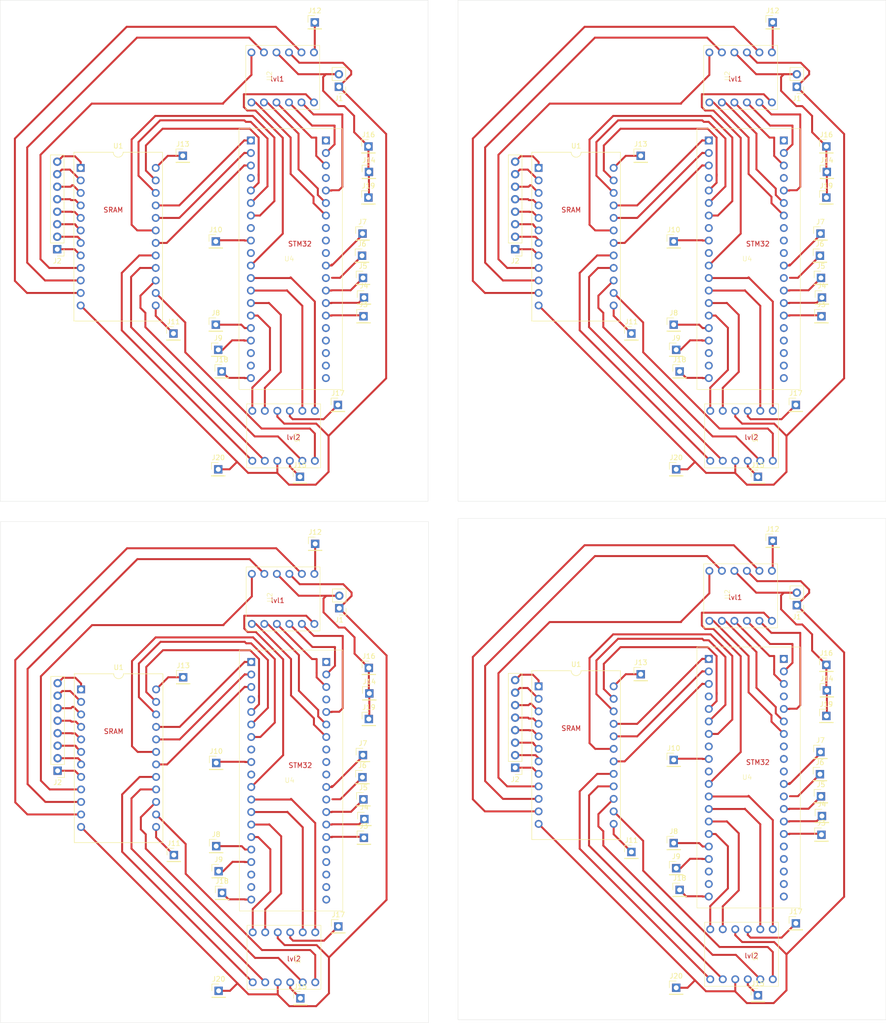
<source format=kicad_pcb>
(kicad_pcb (version 20241229) (generator "pcbnew") (generator_version "9.0")
  (layers (0 "F.Cu" signal) (2 "B.Cu" signal) (13 "F.Paste" user) (15 "B.Paste" user) (5 "F.SilkS" user "F.Silkscreen") (7 "B.SilkS" user "B.Silkscreen") (1 "F.Mask" user) (3 "B.Mask" user) (25 "Edge.Cuts" user))
  (net 0 "")
  (net 1 "A5")
  (net 2 "A1")
  (net 3 "A0")
  (net 4 "A2")
  (net 5 "5V")
  (net 6 "A8")
  (net 7 "A4")
  (net 8 "OE")
  (net 9 "GND")
  (net 10 "A3")
  (net 11 "A9")
  (net 12 "A7")
  (net 13 "A6")
  (net 14 "CE")
  (net 15 "WE")
  (net 16 "A10")
  (net 17 "D2")
  (net 18 "D1")
  (net 19 "3V3")
  (net 20 "DH3")
  (net 21 "DH1")
  (net 22 "DH0")
  (net 23 "DH2")
  (net 24 "D0")
  (net 25 "D3")
  (net 26 "DH5")
  (net 27 "D5")
  (net 28 "DH4")
  (net 29 "DH6")
  (net 30 "DH7")
  (net 31 "D4")
  (net 32 "D7")
  (net 33 "D6")
  (net 48 "AA0")
  (net 49 "AA1")
  (net 50 "AA2")
  (net 51 "AA3")
  (net 52 "AA4")
  (net 53 "AA5")
  (net 54 "AA6")
  (net 55 "AA7")
  (net 57 "DHH3")
  (net 58 "5VV")
  (net 59 "5VW")
  (net 60 "3V33")
  (net 61 "3V32")
  (footprint "Connector_PinHeader_2.54mm:PinHeader_1x01_P2.54mm_Vertical" (layer "F.Cu") (at 233.7 132.2)
    (property "Reference" "J20")
    (property "Value" "Conn_01x01_Pin")
  )
  (footprint "Connector_PinHeader_2.54mm:PinHeader_1x01_P2.54mm_Vertical" (layer "F.Cu") (at 165 13.82)
    (property "Reference" "J17")
    (property "Value" "Conn_01x01_Pin")
  )
  (footprint "Connector_PinHeader_2.54mm:PinHeader_1x08_P2.54mm_Vertical" (layer "F.Cu") (at 108 -17.8 180)
    (property "Reference" "J2")
    (property "Value" "Conn_01x08_Pin")
  )
  (footprint "logic_analyzer_foot_prints:level_shifter" (layer "F.Cu") (at 239.47 118.9 -90)
    (property "Reference" "U3")
    (property "Value" "~")
  )
  (footprint "Connector_PinHeader_2.54mm:PinHeader_1x01_P2.54mm_Vertical" (layer "F.Cu") (at 263 -20.98)
    (property "Reference" "J7")
    (property "Value" "Conn_01x01_Pin")
  )
  (footprint "Connector_PinHeader_2.54mm:PinHeader_1x01_P2.54mm_Vertical" (layer "F.Cu") (at 263.3 97.32)
    (property "Reference" "J4")
    (property "Value" "Conn_01x01_Pin")
  )
  (footprint "Connector_PinHeader_2.54mm:PinHeader_1x01_P2.54mm_Vertical" (layer "F.Cu") (at 131.6 -0.68)
    (property "Reference" "J11")
    (property "Value" "Conn_01x01_Pin")
  )
  (footprint "Connector_PinHeader_2.54mm:PinHeader_1x01_P2.54mm_Vertical" (layer "F.Cu") (at 169.9 -16.48)
    (property "Reference" "J6")
    (property "Value" "Conn_01x01_Pin")
  )
  (footprint "Connector_PinHeader_2.54mm:PinHeader_1x08_P2.54mm_Vertical" (layer "F.Cu") (at 201 87.5 180)
    (property "Reference" "J2")
    (property "Value" "Conn_01x08_Pin")
  )
  (footprint "Connector_PinHeader_2.54mm:PinHeader_1x01_P2.54mm_Vertical" (layer "F.Cu") (at 263.3 -7.98)
    (property "Reference" "J4")
    (property "Value" "Conn_01x01_Pin")
  )
  (footprint "logic_analyzer_foot_prints:stm32_black_pill" (layer "F.Cu") (at 237.41 10.69)
    (property "Reference" "U4")
    (property "Value" "~")
  )
  (footprint "logic_analyzer_foot_prints:sram_16kbites" (layer "F.Cu") (at 205.76 -34.32)
    (property "Reference" "U1")
    (property "Value" "costum_sram_16kbit")
  )
  (footprint "Connector_PinHeader_2.54mm:PinHeader_1x08_P2.54mm_Vertical" (layer "F.Cu") (at 201 -17.8 180)
    (property "Reference" "J2")
    (property "Value" "Conn_01x08_Pin")
  )
  (footprint "Connector_PinHeader_2.54mm:PinHeader_1x01_P2.54mm_Vertical" (layer "F.Cu") (at 170.38 97.94)
    (property "Reference" "J4")
    (property "Value" "Conn_01x01_Pin")
  )
  (footprint "Connector_PinHeader_2.54mm:PinHeader_1x01_P2.54mm_Vertical" (layer "F.Cu") (at 233.2 102.82)
    (property "Reference" "J8")
    (property "Value" "Conn_01x01_Pin")
  )
  (footprint "Connector_PinHeader_2.54mm:PinHeader_1x01_P2.54mm_Vertical" (layer "F.Cu") (at 140.2 -19.38)
    (property "Reference" "J10")
    (property "Value" "Conn_01x01_Pin")
  )
  (footprint "Connector_PinHeader_2.54mm:PinHeader_1x01_P2.54mm_Vertical" (layer "F.Cu") (at 264.2 -38.68)
    (property "Reference" "J16")
    (property "Value" "Conn_01x01_Pin")
  )
  (footprint "Connector_PinHeader_2.54mm:PinHeader_1x01_P2.54mm_Vertical" (layer "F.Cu") (at 171.28 77.62)
    (property "Reference" "J19")
    (property "Value" "Conn_01x01_Pin")
  )
  (footprint "Connector_PinHeader_2.54mm:PinHeader_1x02_P2.54mm_Vertical" (layer "F.Cu") (at 165.2 -50.805 180)
    (property "Reference" "J1")
    (property "Value" "Conn_01x02_Pin")
  )
  (footprint "Connector_PinHeader_2.54mm:PinHeader_1x01_P2.54mm_Vertical" (layer "F.Cu") (at 264.3 -33.5)
    (property "Reference" "J14")
    (property "Value" "Conn_01x01_Pin")
  )
  (footprint "Connector_PinHeader_2.54mm:PinHeader_1x01_P2.54mm_Vertical" (layer "F.Cu") (at 157.3 28.42)
    (property "Reference" "J15")
    (property "Value" "Conn_01x01_Pin")
  )
  (footprint "Connector_PinHeader_2.54mm:PinHeader_1x01_P2.54mm_Vertical" (layer "F.Cu") (at 233.2 -2.48)
    (property "Reference" "J8")
    (property "Value" "Conn_01x01_Pin")
  )
  (footprint "logic_analyzer_foot_prints:stm32_black_pill" (layer "F.Cu") (at 144.41 10.69)
    (property "Reference" "U4")
    (property "Value" "~")
  )
  (footprint "Connector_PinHeader_2.54mm:PinHeader_1x01_P2.54mm_Vertical" (layer "F.Cu") (at 157.38 134.34)
    (property "Reference" "J15")
    (property "Value" "Conn_01x01_Pin")
  )
  (footprint "Connector_PinHeader_2.54mm:PinHeader_1x01_P2.54mm_Vertical" (layer "F.Cu") (at 234.4 7.02)
    (property "Reference" "J18")
    (property "Value" "Conn_01x01_Pin")
  )
  (footprint "Connector_PinHeader_2.54mm:PinHeader_1x01_P2.54mm_Vertical" (layer "F.Cu") (at 170.2 -4.18)
    (property "Reference" "J3")
    (property "Value" "Conn_01x01_Pin")
  )
  (footprint "logic_analyzer_foot_prints:stm32_black_pill" (layer "F.Cu") (at 237.41 115.99)
    (property "Reference" "U4")
    (property "Value" "~")
  )
  (footprint "Connector_PinHeader_2.54mm:PinHeader_1x01_P2.54mm_Vertical" (layer "F.Cu") (at 160.3 -63.88)
    (property "Reference" "J12")
    (property "Value" "Conn_01x01_Pin")
  )
  (footprint "Connector_PinHeader_2.54mm:PinHeader_1x01_P2.54mm_Vertical" (layer "F.Cu") (at 170.1 -11.98)
    (property "Reference" "J5")
    (property "Value" "Conn_01x01_Pin")
  )
  (footprint "logic_analyzer_foot_prints:sram_16kbites" (layer "F.Cu") (at 112.84 71.6)
    (property "Reference" "U1")
    (property "Value" "costum_sram_16kbit")
  )
  (footprint "logic_analyzer_foot_prints:level_shifter" (layer "F.Cu") (at 254.29 -46.2 90)
    (property "Reference" "U2")
    (property "Value" "~")
  )
  (footprint "Connector_PinHeader_2.54mm:PinHeader_1x01_P2.54mm_Vertical" (layer "F.Cu") (at 263 84.32)
    (property "Reference" "J7")
    (property "Value" "Conn_01x01_Pin")
  )
  (footprint "Connector_PinHeader_2.54mm:PinHeader_1x01_P2.54mm_Vertical" (layer "F.Cu") (at 253.3 -63.88)
    (property "Reference" "J12")
    (property "Value" "Conn_01x01_Pin")
  )
  (footprint "Connector_PinHeader_2.54mm:PinHeader_1x01_P2.54mm_Vertical" (layer "F.Cu") (at 170.28 101.74)
    (property "Reference" "J3")
    (property "Value" "Conn_01x01_Pin")
  )
  (footprint "Connector_PinHeader_2.54mm:PinHeader_1x01_P2.54mm_Vertical" (layer "F.Cu") (at 140.7 2.62)
    (property "Reference" "J9")
    (property "Value" "Conn_01x01_Pin")
  )
  (footprint "Connector_PinHeader_2.54mm:PinHeader_1x01_P2.54mm_Vertical" (layer "F.Cu") (at 250.3 133.72)
    (property "Reference" "J15")
    (property "Value" "Conn_01x01_Pin")
  )
  (footprint "Connector_PinHeader_2.54mm:PinHeader_1x02_P2.54mm_Vertical" (layer "F.Cu") (at 258.2 54.495 180)
    (property "Reference" "J1")
    (property "Value" "Conn_01x02_Pin")
  )
  (footprint "Connector_PinHeader_2.54mm:PinHeader_1x01_P2.54mm_Vertical" (layer "F.Cu") (at 264.3 71.8)
    (property "Reference" "J14")
    (property "Value" "Conn_01x01_Pin")
  )
  (footprint "Connector_PinHeader_2.54mm:PinHeader_1x01_P2.54mm_Vertical" (layer "F.Cu") (at 263.2 101.12)
    (property "Reference" "J3")
    (property "Value" "Conn_01x01_Pin")
  )
  (footprint "Connector_PinHeader_2.54mm:PinHeader_1x08_P2.54mm_Vertical" (layer "F.Cu") (at 108.08 88.12 180)
    (property "Reference" "J2")
    (property "Value" "Conn_01x08_Pin")
  )
  (footprint "Connector_PinHeader_2.54mm:PinHeader_1x01_P2.54mm_Vertical" (layer "F.Cu") (at 171.28 67.24)
    (property "Reference" "J16")
    (property "Value" "Conn_01x01_Pin")
  )
  (footprint "Connector_PinHeader_2.54mm:PinHeader_1x01_P2.54mm_Vertical" (layer "F.Cu") (at 264.2 -28.3)
    (property "Reference" "J19")
    (property "Value" "Conn_01x01_Pin")
  )
  (footprint "Connector_PinHeader_2.54mm:PinHeader_1x01_P2.54mm_Vertical" (layer "F.Cu") (at 250.3 28.42)
    (property "Reference" "J15")
    (property "Value" "Conn_01x01_Pin")
  )
  (footprint "Connector_PinHeader_2.54mm:PinHeader_1x01_P2.54mm_Vertical" (layer "F.Cu") (at 160.38 42.04)
    (property "Reference" "J12")
    (property "Value" "Conn_01x01_Pin")
  )
  (footprint "logic_analyzer_foot_prints:level_shifter" (layer "F.Cu") (at 146.55 119.52 -90)
    (property "Reference" "U3")
    (property "Value" "~")
  )
  (footprint "Connector_PinHeader_2.54mm:PinHeader_1x01_P2.54mm_Vertical" (layer "F.Cu") (at 170.08 84.94)
    (property "Reference" "J7")
    (property "Value" "Conn_01x01_Pin")
  )
  (footprint "Connector_PinHeader_2.54mm:PinHeader_1x01_P2.54mm_Vertical" (layer "F.Cu") (at 262.9 88.82)
    (property "Reference" "J6")
    (property "Value" "Conn_01x01_Pin")
  )
  (footprint "Connector_PinHeader_2.54mm:PinHeader_1x01_P2.54mm_Vertical" (layer "F.Cu") (at 233.2 85.92)
    (property "Reference" "J10")
    (property "Value" "Conn_01x01_Pin")
  )
  (footprint "Connector_PinHeader_2.54mm:PinHeader_1x01_P2.54mm_Vertical" (layer "F.Cu") (at 226.5 -36.78)
    (property "Reference" "J13")
    (property "Value" "Conn_01x01_Pin")
  )
  (footprint "Connector_PinHeader_2.54mm:PinHeader_1x01_P2.54mm_Vertical" (layer "F.Cu") (at 171.38 72.42)
    (property "Reference" "J14")
    (property "Value" "Conn_01x01_Pin")
  )
  (footprint "Connector_PinHeader_2.54mm:PinHeader_1x01_P2.54mm_Vertical" (layer "F.Cu") (at 131.68 105.24)
    (property "Reference" "J11")
    (property "Value" "Conn_01x01_Pin")
  )
  (footprint "Connector_PinHeader_2.54mm:PinHeader_1x01_P2.54mm_Vertical" (layer "F.Cu") (at 140.7 26.9)
    (property "Reference" "J20")
    (property "Value" "Conn_01x01_Pin")
  )
  (footprint "logic_analyzer_foot_prints:level_shifter" (layer "F.Cu") (at 146.47 13.6 -90)
    (property "Reference" "U3")
    (property "Value" "~")
  )
  (footprint "Connector_PinHeader_2.54mm:PinHeader_1x01_P2.54mm_Vertical" (layer "F.Cu") (at 140.28 103.44)
    (property "Reference" "J8")
    (property "Value" "Conn_01x01_Pin")
  )
  (footprint "Connector_PinHeader_2.54mm:PinHeader_1x01_P2.54mm_Vertical" (layer "F.Cu") (at 140.78 132.82)
    (property "Reference" "J20")
    (property "Value" "Conn_01x01_Pin")
  )
  (footprint "Connector_PinHeader_2.54mm:PinHeader_1x01_P2.54mm_Vertical" (layer "F.Cu") (at 258 119.12)
    (property "Reference" "J17")
    (property "Value" "Conn_01x01_Pin")
  )
  (footprint "Connector_PinHeader_2.54mm:PinHeader_1x01_P2.54mm_Vertical" (layer "F.Cu") (at 133.58 69.14)
    (property "Reference" "J13")
    (property "Value" "Conn_01x01_Pin")
  )
  (footprint "logic_analyzer_foot_prints:stm32_black_pill" (layer "F.Cu") (at 144.49 116.61)
    (property "Reference" "U4")
    (property "Value" "~")
  )
  (footprint "Connector_PinHeader_2.54mm:PinHeader_1x01_P2.54mm_Vertical" (layer "F.Cu") (at 233.2 -19.38)
    (property "Reference" "J10")
    (property "Value" "Conn_01x01_Pin")
  )
  (footprint "Connector_PinHeader_2.54mm:PinHeader_1x01_P2.54mm_Vertical" (layer "F.Cu") (at 171.2 -38.68)
    (property "Reference" "J16")
    (property "Value" "Conn_01x01_Pin")
  )
  (footprint "Connector_PinHeader_2.54mm:PinHeader_1x02_P2.54mm_Vertical" (layer "F.Cu") (at 165.28 55.115 180)
    (property "Reference" "J1")
    (property "Value" "Conn_01x02_Pin")
  )
  (footprint "Connector_PinHeader_2.54mm:PinHeader_1x01_P2.54mm_Vertical" (layer "F.Cu") (at 262.9 -16.48)
    (property "Reference" "J6")
    (property "Value" "Conn_01x01_Pin")
  )
  (footprint "Connector_PinHeader_2.54mm:PinHeader_1x01_P2.54mm_Vertical" (layer "F.Cu") (at 133.5 -36.78)
    (property "Reference" "J13")
    (property "Value" "Conn_01x01_Pin")
  )
  (footprint "Connector_PinHeader_2.54mm:PinHeader_1x01_P2.54mm_Vertical" (layer "F.Cu") (at 263.1 -11.98)
    (property "Reference" "J5")
    (property "Value" "Conn_01x01_Pin")
  )
  (footprint "Connector_PinHeader_2.54mm:PinHeader_1x01_P2.54mm_Vertical" (layer "F.Cu") (at 140.28 86.54)
    (property "Reference" "J10")
    (property "Value" "Conn_01x01_Pin")
  )
  (footprint "Connector_PinHeader_2.54mm:PinHeader_1x01_P2.54mm_Vertical" (layer "F.Cu") (at 141.4 7.02)
    (property "Reference" "J18")
    (property "Value" "Conn_01x01_Pin")
  )
  (footprint "Connector_PinHeader_2.54mm:PinHeader_1x01_P2.54mm_Vertical" (layer "F.Cu") (at 165.08 119.74)
    (property "Reference" "J17")
    (property "Value" "Conn_01x01_Pin")
  )
  (footprint "logic_analyzer_foot_prints:level_shifter" (layer "F.Cu") (at 254.29 59.1 90)
    (property "Reference" "U2")
    (property "Value" "~")
  )
  (footprint "Connector_PinHeader_2.54mm:PinHeader_1x01_P2.54mm_Vertical" (layer "F.Cu") (at 170 -20.98)
    (property "Reference" "J7")
    (property "Value" "Conn_01x01_Pin")
  )
  (footprint "Connector_PinHeader_2.54mm:PinHeader_1x01_P2.54mm_Vertical" (layer "F.Cu") (at 224.6 104.62)
    (property "Reference" "J11")
    (property "Value" "Conn_01x01_Pin")
  )
  (footprint "logic_analyzer_foot_prints:level_shifter" (layer "F.Cu") (at 239.47 13.6 -90)
    (property "Reference" "U3")
    (property "Value" "~")
  )
  (footprint "Connector_PinHeader_2.54mm:PinHeader_1x02_P2.54mm_Vertical" (layer "F.Cu") (at 258.2 -50.805 180)
    (property "Reference" "J1")
    (property "Value" "Conn_01x02_Pin")
  )
  (footprint "logic_analyzer_foot_prints:sram_16kbites" (layer "F.Cu") (at 205.76 70.98)
    (property "Reference" "U1")
    (property "Value" "costum_sram_16kbit")
  )
  (footprint "logic_analyzer_foot_prints:level_shifter" (layer "F.Cu") (at 161.29 -46.2 90)
    (property "Reference" "U2")
    (property "Value" "~")
  )
  (footprint "Connector_PinHeader_2.54mm:PinHeader_1x01_P2.54mm_Vertical" (layer "F.Cu") (at 233.7 2.62)
    (property "Reference" "J9")
    (property "Value" "Conn_01x01_Pin")
  )
  (footprint "Connector_PinHeader_2.54mm:PinHeader_1x01_P2.54mm_Vertical" (layer "F.Cu") (at 171.3 -33.5)
    (property "Reference" "J14")
    (property "Value" "Conn_01x01_Pin")
  )
  (footprint "Connector_PinHeader_2.54mm:PinHeader_1x01_P2.54mm_Vertical" (layer "F.Cu") (at 233.7 107.92)
    (property "Reference" "J9")
    (property "Value" "Conn_01x01_Pin")
  )
  (footprint "Connector_PinHeader_2.54mm:PinHeader_1x01_P2.54mm_Vertical" (layer "F.Cu") (at 253.3 41.42)
    (property "Reference" "J12")
    (property "Value" "Conn_01x01_Pin")
  )
  (footprint "Connector_PinHeader_2.54mm:PinHeader_1x01_P2.54mm_Vertical" (layer "F.Cu") (at 264.2 77)
    (property "Reference" "J19")
    (property "Value" "Conn_01x01_Pin")
  )
  (footprint "Connector_PinHeader_2.54mm:PinHeader_1x01_P2.54mm_Vertical" (layer "F.Cu") (at 170.18 93.94)
    (property "Reference" "J5")
    (property "Value" "Conn_01x01_Pin")
  )
  (footprint "Connector_PinHeader_2.54mm:PinHeader_1x01_P2.54mm_Vertical" (layer "F.Cu") (at 169.98 89.44)
    (property "Reference" "J6")
    (property "Value" "Conn_01x01_Pin")
  )
  (footprint "logic_analyzer_foot_prints:sram_16kbites" (layer "F.Cu") (at 112.76 -34.32)
    (property "Reference" "U1")
    (property "Value" "costum_sram_16kbit")
  )
  (footprint "Connector_PinHeader_2.54mm:PinHeader_1x01_P2.54mm_Vertical" (layer "F.Cu") (at 263.1 93.32)
    (property "Reference" "J5")
    (property "Value" "Conn_01x01_Pin")
  )
  (footprint "Connector_PinHeader_2.54mm:PinHeader_1x01_P2.54mm_Vertical" (layer "F.Cu") (at 140.78 108.54)
    (property "Reference" "J9")
    (property "Value" "Conn_01x01_Pin")
  )
  (footprint "Connector_PinHeader_2.54mm:PinHeader_1x01_P2.54mm_Vertical" (layer "F.Cu") (at 141.48 112.94)
    (property "Reference" "J18")
    (property "Value" "Conn_01x01_Pin")
  )
  (footprint "Connector_PinHeader_2.54mm:PinHeader_1x01_P2.54mm_Vertical" (layer "F.Cu") (at 140.2 -2.48)
    (property "Reference" "J8")
    (property "Value" "Conn_01x01_Pin")
  )
  (footprint "logic_analyzer_foot_prints:level_shifter" (layer "F.Cu") (at 161.37 59.72 90)
    (property "Reference" "U2")
    (property "Value" "~")
  )
  (footprint "Connector_PinHeader_2.54mm:PinHeader_1x01_P2.54mm_Vertical" (layer "F.Cu") (at 233.7 26.9)
    (property "Reference" "J20")
    (property "Value" "Conn_01x01_Pin")
  )
  (footprint "Connector_PinHeader_2.54mm:PinHeader_1x01_P2.54mm_Vertical" (layer "F.Cu") (at 258 13.82)
    (property "Reference" "J17")
    (property "Value" "Conn_01x01_Pin")
  )
  (footprint "Connector_PinHeader_2.54mm:PinHeader_1x01_P2.54mm_Vertical" (layer "F.Cu") (at 224.6 -0.68)
    (property "Reference" "J11")
    (property "Value" "Conn_01x01_Pin")
  )
  (footprint "Connector_PinHeader_2.54mm:PinHeader_1x01_P2.54mm_Vertical" (layer "F.Cu") (at 263.2 -4.18)
    (property "Reference" "J3")
    (property "Value" "Conn_01x01_Pin")
  )
  (footprint "Connector_PinHeader_2.54mm:PinHeader_1x01_P2.54mm_Vertical" (layer "F.Cu") (at 171.2 -28.3)
    (property "Reference" "J19")
    (property "Value" "Conn_01x01_Pin")
  )
  (footprint "Connector_PinHeader_2.54mm:PinHeader_1x01_P2.54mm_Vertical" (layer "F.Cu") (at 264.2 66.62)
    (property "Reference" "J16")
    (property "Value" "Conn_01x01_Pin")
  )
  (footprint "Connector_PinHeader_2.54mm:PinHeader_1x01_P2.54mm_Vertical" (layer "F.Cu") (at 170.3 -7.98)
    (property "Reference" "J4")
    (property "Value" "Conn_01x01_Pin")
  )
  (footprint "Connector_PinHeader_2.54mm:PinHeader_1x01_P2.54mm_Vertical" (layer "F.Cu") (at 226.5 68.52)
    (property "Reference" "J13")
    (property "Value" "Conn_01x01_Pin")
  )
  (footprint "Connector_PinHeader_2.54mm:PinHeader_1x01_P2.54mm_Vertical" (layer "F.Cu") (at 234.4 112.32)
    (property "Reference" "J18")
    (property "Value" "Conn_01x01_Pin")
  )
  (gr_rect (start 96.4 -68.4) (end 183.3 33.4) (stroke (width 0.05)) (fill no) (layer "Edge.Cuts"))
  (gr_rect (start 189.4 36.9) (end 276.3 138.7) (stroke (width 0.05)) (fill no) (layer "Edge.Cuts"))
  (gr_rect (start 96.48 37.52) (end 183.38 139.32) (stroke (width 0.05)) (fill no) (layer "Edge.Cuts"))
  (gr_rect (start 189.4 -68.4) (end 276.3 33.4) (stroke (width 0.05)) (fill no) (layer "Edge.Cuts"))
  (gr_text "lvl1" (at 151.28 54.12 0) (layer "F.Cu") (effects (font (size 1 1)) (justify left bottom)))
  (gr_text "lvl1" (at 244.2 -51.8 0) (layer "F.Cu") (effects (font (size 1 1)) (justify left bottom)))
  (gr_text "SRAM" (at 117.3 -25.2 0) (layer "F.Cu") (effects (font (size 1 1)) (justify left bottom)))
  (gr_text "lvl2" (at 154.58 126.92 0) (layer "F.Cu") (effects (font (size 1 1)) (justify left bottom)))
  (gr_text "SRAM" (at 117.38 80.72 0) (layer "F.Cu") (effects (font (size 1 1)) (justify left bottom)))
  (gr_text "lvl2" (at 247.5 126.3 0) (layer "F.Cu") (effects (font (size 1 1)) (justify left bottom)))
  (gr_text "lvl1" (at 151.2 -51.8 0) (layer "F.Cu") (effects (font (size 1 1)) (justify left bottom)))
  (gr_text "lvl2" (at 247.5 21 0) (layer "F.Cu") (effects (font (size 1 1)) (justify left bottom)))
  (gr_text "SRAM" (at 210.3 80.1 0) (layer "F.Cu") (effects (font (size 1 1)) (justify left bottom)))
  (gr_text "STM32" (at 154.8 -18.3 0) (layer "F.Cu") (effects (font (size 1 1)) (justify left bottom)))
  (gr_text "lvl2" (at 154.5 21 0) (layer "F.Cu") (effects (font (size 1 1)) (justify left bottom)))
  (gr_text "STM32" (at 154.88 87.62 0) (layer "F.Cu") (effects (font (size 1 1)) (justify left bottom)))
  (gr_text "STM32" (at 247.8 87 0) (layer "F.Cu") (effects (font (size 1 1)) (justify left bottom)))
  (gr_text "lvl1" (at 244.2 53.5 0) (layer "F.Cu") (effects (font (size 1 1)) (justify left bottom)))
  (gr_text "STM32" (at 247.8 -18.3 0) (layer "F.Cu") (effects (font (size 1 1)) (justify left bottom)))
  (gr_text "SRAM" (at 210.3 -25.2 0) (layer "F.Cu") (effects (font (size 1 1)) (justify left bottom)))
  (segment (start 112.76 -29.24) (end 111.3 -30.7) (width 0.4) (layer "F.Cu") (net 1))
  (segment (start 204 74.52) (end 203.72 74.8) (width 0.4) (layer "F.Cu") (net 1))
  (segment (start 111 -30.78) (end 110.72 -30.5) (width 0.4) (layer "F.Cu") (net 1))
  (segment (start 111.3 -30.7) (end 111.3 -30.78) (width 0.4) (layer "F.Cu") (net 1))
  (segment (start 204.3 -30.78) (end 204 -30.78) (width 0.4) (layer "F.Cu") (net 1))
  (segment (start 204.3 74.52) (end 204 74.52) (width 0.4) (layer "F.Cu") (net 1))
  (segment (start 205.76 -29.24) (end 204.3 -30.7) (width 0.4) (layer "F.Cu") (net 1))
  (segment (start 205.76 76.06) (end 204.3 74.6) (width 0.4) (layer "F.Cu") (net 1))
  (segment (start 203.72 -30.5) (end 201 -30.5) (width 0.4) (layer "F.Cu") (net 1))
  (segment (start 112.84 76.68) (end 111.38 75.22) (width 0.4) (layer "F.Cu") (net 1))
  (segment (start 203.72 74.8) (end 201 74.8) (width 0.4) (layer "F.Cu") (net 1))
  (segment (start 110.8 75.42) (end 108.08 75.42) (width 0.4) (layer "F.Cu") (net 1))
  (segment (start 204.3 74.6) (end 204.3 74.52) (width 0.4) (layer "F.Cu") (net 1))
  (segment (start 111.3 -30.78) (end 111 -30.78) (width 0.4) (layer "F.Cu") (net 1))
  (segment (start 111.38 75.14) (end 111.08 75.14) (width 0.4) (layer "F.Cu") (net 1))
  (segment (start 204 -30.78) (end 203.72 -30.5) (width 0.4) (layer "F.Cu") (net 1))
  (segment (start 111.38 75.22) (end 111.38 75.14) (width 0.4) (layer "F.Cu") (net 1))
  (segment (start 110.72 -30.5) (end 108 -30.5) (width 0.4) (layer "F.Cu") (net 1))
  (segment (start 111.08 75.14) (end 110.8 75.42) (width 0.4) (layer "F.Cu") (net 1))
  (segment (start 204.3 -30.7) (end 204.3 -30.78) (width 0.4) (layer "F.Cu") (net 1))
  (segment (start 112.14 -20.34) (end 108 -20.34) (width 0.4) (layer "F.Cu") (net 2))
  (segment (start 112.22 85.58) (end 108.08 85.58) (width 0.4) (layer "F.Cu") (net 2))
  (segment (start 205.76 -19.08) (end 205.76 -19.72) (width 0.4) (layer "F.Cu") (net 2))
  (segment (start 112.84 86.2) (end 112.22 85.58) (width 0.4) (layer "F.Cu") (net 2))
  (segment (start 205.14 -20.34) (end 201 -20.34) (width 0.4) (layer "F.Cu") (net 2))
  (segment (start 112.84 86.84) (end 112.84 86.2) (width 0.4) (layer "F.Cu") (net 2))
  (segment (start 205.76 85.58) (end 205.14 84.96) (width 0.4) (layer "F.Cu") (net 2))
  (segment (start 205.76 86.22) (end 205.76 85.58) (width 0.4) (layer "F.Cu") (net 2))
  (segment (start 112.76 -19.08) (end 112.76 -19.72) (width 0.4) (layer "F.Cu") (net 2))
  (segment (start 205.76 -19.72) (end 205.14 -20.34) (width 0.4) (layer "F.Cu") (net 2))
  (segment (start 112.76 -19.72) (end 112.14 -20.34) (width 0.4) (layer "F.Cu") (net 2))
  (segment (start 205.14 84.96) (end 201 84.96) (width 0.4) (layer "F.Cu") (net 2))
  (segment (start 201 87.5) (end 204.5 87.5) (width 0.4) (layer "F.Cu") (net 3))
  (segment (start 108.08 88.12) (end 111.58 88.12) (width 0.4) (layer "F.Cu") (net 3))
  (segment (start 201 -17.8) (end 204.5 -17.8) (width 0.4) (layer "F.Cu") (net 3))
  (segment (start 204.5 87.5) (end 205.76 88.76) (width 0.4) (layer "F.Cu") (net 3))
  (segment (start 204.5 -17.8) (end 205.76 -16.54) (width 0.4) (layer "F.Cu") (net 3))
  (segment (start 111.58 88.12) (end 112.84 89.38) (width 0.4) (layer "F.Cu") (net 3))
  (segment (start 108 -17.8) (end 111.5 -17.8) (width 0.4) (layer "F.Cu") (net 3))
  (segment (start 111.5 -17.8) (end 112.76 -16.54) (width 0.4) (layer "F.Cu") (net 3))
  (segment (start 111.88 83.24) (end 111.88 83.34) (width 0.4) (layer "F.Cu") (net 4))
  (segment (start 201 -22.88) (end 204.6 -22.88) (width 0.4) (layer "F.Cu") (net 4))
  (segment (start 111.8 -22.58) (end 112.76 -21.62) (width 0.4) (layer "F.Cu") (net 4))
  (segment (start 204.8 82.72) (end 205.76 83.68) (width 0.4) (layer "F.Cu") (net 4))
  (segment (start 204.6 -22.88) (end 204.8 -22.68) (width 0.4) (layer "F.Cu") (net 4))
  (segment (start 204.6 82.42) (end 204.8 82.62) (width 0.4) (layer "F.Cu") (net 4))
  (segment (start 204.8 -22.68) (end 204.8 -22.58) (width 0.4) (layer "F.Cu") (net 4))
  (segment (start 204.8 82.62) (end 204.8 82.72) (width 0.4) (layer "F.Cu") (net 4))
  (segment (start 111.68 83.04) (end 111.88 83.24) (width 0.4) (layer "F.Cu") (net 4))
  (segment (start 111.6 -22.88) (end 111.8 -22.68) (width 0.4) (layer "F.Cu") (net 4))
  (segment (start 108.08 83.04) (end 111.68 83.04) (width 0.4) (layer "F.Cu") (net 4))
  (segment (start 201 82.42) (end 204.6 82.42) (width 0.4) (layer "F.Cu") (net 4))
  (segment (start 111.8 -22.68) (end 111.8 -22.58) (width 0.4) (layer "F.Cu") (net 4))
  (segment (start 108 -22.88) (end 111.6 -22.88) (width 0.4) (layer "F.Cu") (net 4))
  (segment (start 111.88 83.34) (end 112.84 84.3) (width 0.4) (layer "F.Cu") (net 4))
  (segment (start 204.8 -22.58) (end 205.76 -21.62) (width 0.4) (layer "F.Cu") (net 4))
  (segment (start 171.38 72.42) (end 171.38 77.52) (width 0.4) (layer "F.Cu") (net 5))
  (segment (start 165.2 -53.345) (end 162.565 -53.345) (width 0.4) (layer "F.Cu") (net 5))
  (segment (start 258.2 -53.345) (end 249.955 -53.345) (width 0.4) (layer "F.Cu") (net 5))
  (segment (start 258.1 58.42) (end 259.3 58.42) (width 0.4) (layer "F.Cu") (net 5))
  (segment (start 162.565 -53.345) (end 162 -52.78) (width 0.4) (layer "F.Cu") (net 5))
  (segment (start 162.645 52.575) (end 162.08 53.14) (width 0.4) (layer "F.Cu") (net 5))
  (segment (start 171.28 72.32) (end 171.38 72.42) (width 0.4) (layer "F.Cu") (net 5))
  (segment (start 168.38 61.04) (end 166.38 59.04) (width 0.4) (layer "F.Cu") (net 5))
  (segment (start 261.3 63.72) (end 261.3 60.42) (width 0.4) (layer "F.Cu") (net 5))
  (segment (start 171.2 -38.68) (end 168.3 -41.58) (width 0.4) (layer "F.Cu") (net 5))
  (segment (start 245.52 47.52) (end 249.955 51.955) (width 0.4) (layer "F.Cu") (net 5))
  (segment (start 258.1 -46.88) (end 259.3 -46.88) (width 0.4) (layer "F.Cu") (net 5))
  (segment (start 162.08 55.94) (end 165.18 59.04) (width 0.4) (layer "F.Cu") (net 5))
  (segment (start 165.18 59.04) (end 166.38 59.04) (width 0.4) (layer "F.Cu") (net 5))
  (segment (start 171.1 -38.58) (end 171.2 -38.68) (width 0.4) (layer "F.Cu") (net 5))
  (segment (start 165.1 -46.88) (end 166.3 -46.88) (width 0.4) (layer "F.Cu") (net 5))
  (segment (start 255 -52.78) (end 255 -49.98) (width 0.4) (layer "F.Cu") (net 5))
  (segment (start 264.2 -33.6) (end 264.3 -33.5) (width 0.4) (layer "F.Cu") (net 5))
  (segment (start 165.28 52.575) (end 162.645 52.575) (width 0.4) (layer "F.Cu") (net 5))
  (segment (start 171.18 67.34) (end 171.28 67.24) (width 0.4) (layer "F.Cu") (net 5))
  (segment (start 258.2 51.955) (end 255.565 51.955) (width 0.4) (layer "F.Cu") (net 5))
  (segment (start 255.565 51.955) (end 255 52.52) (width 0.4) (layer "F.Cu") (net 5))
  (segment (start 258.2 -53.345) (end 255.565 -53.345) (width 0.4) (layer "F.Cu") (net 5))
  (segment (start 162 -49.98) (end 165.1 -46.88) (width 0.4) (layer "F.Cu") (net 5))
  (segment (start 264.3 -28.4) (end 264.2 -28.3) (width 0.4) (layer "F.Cu") (net 5))
  (segment (start 264.2 66.62) (end 264.2 71.7) (width 0.4) (layer "F.Cu") (net 5))
  (segment (start 264.2 -38.68) (end 261.3 -41.58) (width 0.4) (layer "F.Cu") (net 5))
  (segment (start 255.565 -53.345) (end 255 -52.78) (width 0.4) (layer "F.Cu") (net 5))
  (segment (start 264.2 -38.68) (end 264.2 -33.6) (width 0.4) (layer "F.Cu") (net 5))
  (segment (start 255 52.52) (end 255 55.32) (width 0.4) (layer "F.Cu") (net 5))
  (segment (start 168.3 -44.88) (end 166.3 -46.88) (width 0.4) (layer "F.Cu") (net 5))
  (segment (start 165.2 -53.345) (end 156.955 -53.345) (width 0.4) (layer "F.Cu") (net 5))
  (segment (start 162.08 53.14) (end 162.08 55.94) (width 0.4) (layer "F.Cu") (net 5))
  (segment (start 245.52 -57.78) (end 249.955 -53.345) (width 0.4) (layer "F.Cu") (net 5))
  (segment (start 264.3 71.8) (end 264.3 76.9) (width 0.4) (layer "F.Cu") (net 5))
  (segment (start 168.3 -41.58) (end 168.3 -44.88) (width 0.4) (layer "F.Cu") (net 5))
  (segment (start 264.2 71.7) (end 264.3 71.8) (width 0.4) (layer "F.Cu") (net 5))
  (segment (start 171.3 -28.4) (end 171.2 -28.3) (width 0.4) (layer "F.Cu") (net 5))
  (segment (start 264.1 66.72) (end 264.2 66.62) (width 0.4) (layer "F.Cu") (net 5))
  (segment (start 171.2 -33.6) (end 171.3 -33.5) (width 0.4) (layer "F.Cu") (net 5))
  (segment (start 168.38 64.34) (end 168.38 61.04) (width 0.4) (layer "F.Cu") (net 5))
  (segment (start 261.3 60.42) (end 259.3 58.42) (width 0.4) (layer "F.Cu") (net 5))
  (segment (start 258.2 51.955) (end 249.955 51.955) (width 0.4) (layer "F.Cu") (net 5))
  (segment (start 171.28 67.24) (end 168.38 64.34) (width 0.4) (layer "F.Cu") (net 5))
  (segment (start 255 -49.98) (end 258.1 -46.88) (width 0.4) (layer "F.Cu") (net 5))
  (segment (start 152.6 48.14) (end 157.035 52.575) (width 0.4) (layer "F.Cu") (net 5))
  (segment (start 162 -52.78) (end 162 -49.98) (width 0.4) (layer "F.Cu") (net 5))
  (segment (start 171.3 -33.5) (end 171.3 -28.4) (width 0.4) (layer "F.Cu") (net 5))
  (segment (start 264.3 -33.5) (end 264.3 -28.4) (width 0.4) (layer "F.Cu") (net 5))
  (segment (start 264.3 76.9) (end 264.2 77) (width 0.4) (layer "F.Cu") (net 5))
  (segment (start 255 55.32) (end 258.1 58.42) (width 0.4) (layer "F.Cu") (net 5))
  (segment (start 171.38 77.52) (end 171.28 77.62) (width 0.4) (layer "F.Cu") (net 5))
  (segment (start 264.1 -38.58) (end 264.2 -38.68) (width 0.4) (layer "F.Cu") (net 5))
  (segment (start 152.52 -57.78) (end 156.955 -53.345) (width 0.4) (layer "F.Cu") (net 5))
  (segment (start 165.28 52.575) (end 157.035 52.575) (width 0.4) (layer "F.Cu") (net 5))
  (segment (start 261.3 -44.88) (end 259.3 -46.88) (width 0.4) (layer "F.Cu") (net 5))
  (segment (start 264.2 66.62) (end 261.3 63.72) (width 0.4) (layer "F.Cu") (net 5))
  (segment (start 261.3 -41.58) (end 261.3 -44.88) (width 0.4) (layer "F.Cu") (net 5))
  (segment (start 171.2 -38.68) (end 171.2 -33.6) (width 0.4) (layer "F.Cu") (net 5))
  (segment (start 171.28 67.24) (end 171.28 72.32) (width 0.4) (layer "F.Cu") (net 5))
  (segment (start 241.9 72.28) (end 241.9 73.99) (width 0.4) (layer "F.Cu") (net 6))
  (segment (start 128.08 74.14) (end 126.08 72.14) (width 0.4) (layer "F.Cu") (net 6))
  (segment (start 219 71.52) (end 219 66.42) (width 0.4) (layer "F.Cu") (net 6))
  (segment (start 148.98 72.9) (end 148.98 73.26) (width 0.4) (layer "F.Cu") (net 6))
  (segment (start 147.18 63.64) (end 148.98 65.44) (width 0.4) (layer "F.Cu") (net 6))
  (segment (start 148.9 -40.48) (end 148.9 -33.02) (width 0.4) (layer "F.Cu") (net 6))
  (segment (start 126 -38.88) (end 129.4 -42.28) (width 0.4) (layer "F.Cu") (net 6))
  (segment (start 241.9 -33.02) (end 241.9 -31.31) (width 0.4) (layer "F.Cu") (net 6))
  (segment (start 128.08 74.14) (end 128.48 74.14) (width 0.4) (layer "F.Cu") (net 6))
  (segment (start 240.1 63.02) (end 241.9 64.82) (width 0.4) (layer "F.Cu") (net 6))
  (segment (start 129.48 63.64) (end 147.18 63.64) (width 0.4) (layer "F.Cu") (net 6))
  (segment (start 126.08 67.04) (end 129.48 63.64) (width 0.4) (layer "F.Cu") (net 6))
  (segment (start 147.1 -42.28) (end 148.9 -40.48) (width 0.4) (layer "F.Cu") (net 6))
  (segment (start 241.9 72.28) (end 241.9 72.64) (width 0.4) (layer "F.Cu") (net 6))
  (segment (start 222.4 -42.28) (end 240.1 -42.28) (width 0.4) (layer "F.Cu") (net 6))
  (segment (start 128 -31.78) (end 128.4 -31.78) (width 0.4) (layer "F.Cu") (net 6))
  (segment (start 126.08 72.14) (end 126.08 67.04) (width 0.4) (layer "F.Cu") (net 6))
  (segment (start 219 -33.78) (end 219 -38.88) (width 0.4) (layer "F.Cu") (net 6))
  (segment (start 221 73.52) (end 219 71.52) (width 0.4) (layer "F.Cu") (net 6))
  (segment (start 148.9 -31.31) (end 147.32 -29.73) (width 0.4) (layer "F.Cu") (net 6))
  (segment (start 222.4 63.02) (end 240.1 63.02) (width 0.4) (layer "F.Cu") (net 6))
  (segment (start 241.9 -33.02) (end 241.9 -32.66) (width 0.4) (layer "F.Cu") (net 6))
  (segment (start 148.9 -33.02) (end 148.9 -31.31) (width 0.4) (layer "F.Cu") (net 6))
  (segment (start 241.9 -31.31) (end 240.32 -29.73) (width 0.4) (layer "F.Cu") (net 6))
  (segment (start 221 -31.78) (end 219 -33.78) (width 0.4) (layer "F.Cu") (net 6))
  (segment (start 128 -31.78) (end 126 -33.78) (width 0.4) (layer "F.Cu") (net 6))
  (segment (start 148.9 -33.02) (end 148.9 -32.66) (width 0.4) (layer "F.Cu") (net 6))
  (segment (start 241.9 64.82) (end 241.9 72.28) (width 0.4) (layer "F.Cu") (net 6))
  (segment (start 240.1 -42.28) (end 241.9 -40.48) (width 0.4) (layer "F.Cu") (net 6))
  (segment (start 221 73.52) (end 221.4 73.52) (width 0.4) (layer "F.Cu") (net 6))
  (segment (start 241.9 73.99) (end 240.32 75.57) (width 0.4) (layer "F.Cu") (net 6))
  (segment (start 148.98 65.44) (end 148.98 72.9) (width 0.4) (layer "F.Cu") (net 6))
  (segment (start 241.9 -40.48) (end 241.9 -33.02) (width 0.4) (layer "F.Cu") (net 6))
  (segment (start 126 -33.78) (end 126 -38.88) (width 0.4) (layer "F.Cu") (net 6))
  (segment (start 148.98 74.61) (end 147.4 76.19) (width 0.4) (layer "F.Cu") (net 6))
  (segment (start 129.4 -42.28) (end 147.1 -42.28) (width 0.4) (layer "F.Cu") (net 6))
  (segment (start 219 -38.88) (end 222.4 -42.28) (width 0.4) (layer "F.Cu") (net 6))
  (segment (start 148.98 72.9) (end 148.98 74.61) (width 0.4) (layer "F.Cu") (net 6))
  (segment (start 219 66.42) (end 222.4 63.02) (width 0.4) (layer "F.Cu") (net 6))
  (segment (start 221 -31.78) (end 221.4 -31.78) (width 0.4) (layer "F.Cu") (net 6))
  (segment (start 203.8 -27.78) (end 204.68 -27.78) (width 0.4) (layer "F.Cu") (net 7))
  (segment (start 204.68 -27.78) (end 205.76 -26.7) (width 0.4) (layer "F.Cu") (net 7))
  (segment (start 203.8 77.52) (end 204.68 77.52) (width 0.4) (layer "F.Cu") (net 7))
  (segment (start 110.62 -27.96) (end 110.8 -27.78) (width 0.4) (layer "F.Cu") (net 7))
  (segment (start 204.68 77.52) (end 205.76 78.6) (width 0.4) (layer "F.Cu") (net 7))
  (segment (start 111.76 78.14) (end 112.84 79.22) (width 0.4) (layer "F.Cu") (net 7))
  (segment (start 108.08 77.96) (end 110.7 77.96) (width 0.4) (layer "F.Cu") (net 7))
  (segment (start 110.88 78.14) (end 111.76 78.14) (width 0.4) (layer "F.Cu") (net 7))
  (segment (start 203.62 77.34) (end 203.8 77.52) (width 0.4) (layer "F.Cu") (net 7))
  (segment (start 108 -27.96) (end 110.62 -27.96) (width 0.4) (layer "F.Cu") (net 7))
  (segment (start 111.68 -27.78) (end 112.76 -26.7) (width 0.4) (layer "F.Cu") (net 7))
  (segment (start 110.7 77.96) (end 110.88 78.14) (width 0.4) (layer "F.Cu") (net 7))
  (segment (start 203.62 -27.96) (end 203.8 -27.78) (width 0.4) (layer "F.Cu") (net 7))
  (segment (start 110.8 -27.78) (end 111.68 -27.78) (width 0.4) (layer "F.Cu") (net 7))
  (segment (start 201 77.34) (end 203.62 77.34) (width 0.4) (layer "F.Cu") (net 7))
  (segment (start 201 -27.96) (end 203.62 -27.96) (width 0.4) (layer "F.Cu") (net 7))
  (segment (start 221 -24.16) (end 225.78 -24.16) (width 0.4) (layer "F.Cu") (net 8))
  (segment (start 147.4 68.57) (end 146.15 68.57) (width 0.4) (layer "F.Cu") (net 8))
  (segment (start 147.32 -37.35) (end 146.07 -37.35) (width 0.4) (layer "F.Cu") (net 8))
  (segment (start 128.08 81.76) (end 132.86 81.76) (width 0.4) (layer "F.Cu") (net 8))
  (segment (start 225.78 81.14) (end 239.02 67.9) (width 0.4) (layer "F.Cu") (net 8))
  (segment (start 132.78 -24.16) (end 146.02 -37.4) (width 0.4) (layer "F.Cu") (net 8))
  (segment (start 146.07 -37.35) (end 146.02 -37.4) (width 0.4) (layer "F.Cu") (net 8))
  (segment (start 240.32 -37.35) (end 239.07 -37.35) (width 0.4) (layer "F.Cu") (net 8))
  (segment (start 146.15 68.57) (end 146.1 68.52) (width 0.4) (layer "F.Cu") (net 8))
  (segment (start 132.86 81.76) (end 146.1 68.52) (width 0.4) (layer "F.Cu") (net 8))
  (segment (start 240.32 67.95) (end 239.07 67.95) (width 0.4) (layer "F.Cu") (net 8))
  (segment (start 221 81.14) (end 225.78 81.14) (width 0.4) (layer "F.Cu") (net 8))
  (segment (start 225.78 -24.16) (end 239.02 -37.4) (width 0.4) (layer "F.Cu") (net 8))
  (segment (start 128 -24.16) (end 132.78 -24.16) (width 0.4) (layer "F.Cu") (net 8))
  (segment (start 239.07 -37.35) (end 239.02 -37.4) (width 0.4) (layer "F.Cu") (net 8))
  (segment (start 239.07 67.95) (end 239.02 67.9) (width 0.4) (layer "F.Cu") (net 8))
  (segment (start 253.5 30.02) (end 256.1 27.42) (width 0.4) (layer "F.Cu") (net 9))
  (segment (start 245.7 16.22) (end 245.7 15.02) (width 0.4) (layer "F.Cu") (net 9))
  (segment (start 236 132.2) (end 237.52 130.68) (width 0.4) (layer "F.Cu") (net 9))
  (segment (start 253.5 135.32) (end 256.1 132.72) (width 0.4) (layer "F.Cu") (net 9))
  (segment (start 248.06 -47.62) (end 248.06 -47.42) (width 0.4) (layer "F.Cu") (net 9))
  (segment (start 144.52 25.38) (end 146.76 27.62) (width 0.4) (layer "F.Cu") (net 9))
  (segment (start 205.76 -6.38) (end 237.52 25.38) (width 0.4) (layer "F.Cu") (net 9))
  (segment (start 256.1 125.42) (end 253.6 122.92) (width 0.4) (layer "F.Cu") (net 9))
  (segment (start 256.1 27.42) (end 256.1 20.12) (width 0.4) (layer "F.Cu") (net 9))
  (segment (start 259 49.62) (end 260.7 51.32) (width 0.4) (layer "F.Cu") (net 9))
  (segment (start 166.08 50.24) (end 167.78 51.94) (width 0.4) (layer "F.Cu") (net 9))
  (segment (start 237.52 25.38) (end 239.76 27.62) (width 0.4) (layer "F.Cu") (net 9))
  (segment (start 167.78 51.94) (end 167.78 52.615) (width 0.4) (layer "F.Cu") (net 9))
  (segment (start 143 26.9) (end 144.52 25.38) (width 0.4) (layer "F.Cu") (net 9))
  (segment (start 245.65 27.62) (end 245.7 27.57) (width 0.4) (layer "F.Cu") (net 9))
  (segment (start 112.84 99.54) (end 144.6 131.3) (width 0.4) (layer "F.Cu") (net 9))
  (segment (start 167.78 52.615) (end 165.28 55.115) (width 0.4) (layer "F.Cu") (net 9))
  (segment (start 167.7 -53.98) (end 167.7 -53.305) (width 0.4) (layer "F.Cu") (net 9))
  (segment (start 248.06 -47.62) (end 252.76 -42.92) (width 0.4) (layer "F.Cu") (net 9))
  (segment (start 247.1 17.62) (end 245.7 16.22) (width 0.4) (layer "F.Cu") (net 9))
  (segment (start 146.76 27.62) (end 152.65 27.62) (width 0.4) (layer "F.Cu") (net 9))
  (segment (start 140.7 26.9) (end 143 26.9) (width 0.4) (layer "F.Cu") (net 9))
  (segment (start 174.8 -41.205) (end 174.8 8.42) (width 0.4) (layer "F.Cu") (net 9))
  (segment (start 165.2 -50.805) (end 174.8 -41.205) (width 0.4) (layer "F.Cu") (net 9))
  (segment (start 255.7 68.02) (end 255.82 67.9) (width 0.4) (layer "F.Cu") (net 9))
  (segment (start 239.76 132.92) (end 245.65 132.92) (width 0.4) (layer "F.Cu") (net 9))
  (segment (start 248.06 57.68) (end 248.06 57.88) (width 0.4) (layer "F.Cu") (net 9))
  (segment (start 152.73 133.54) (end 155.13 135.94) (width 0.4) (layer "F.Cu") (net 9))
  (segment (start 255.56 -37.35) (end 257.32 -39.11) (width 0.4) (layer "F.Cu") (net 9))
  (segment (start 260.7 51.32) (end 260.7 51.995) (width 0.4) (layer "F.Cu") (net 9))
  (segment (start 163.1 20.12) (end 160.6 17.62) (width 0.4) (layer "F.Cu") (net 9))
  (segment (start 165.28 55.115) (end 174.88 64.715) (width 0.4) (layer "F.Cu") (net 9))
  (segment (start 253.6 122.92) (end 247.1 122.92) (width 0.4) (layer "F.Cu") (net 9))
  (segment (start 155.06 -57.78) (end 157.16 -55.68) (width 0.4) (layer "F.Cu") (net 9))
  (segment (start 152.7 27.57) (end 152.7 25.18) (width 0.4) (layer "F.Cu") (net 9))
  (segment (start 245.7 132.87) (end 245.7 130.48) (width 0.4) (layer "F.Cu") (net 9))
  (segment (start 155.06 -47.62) (end 155.06 -47.42) (width 0.4) (layer "F.Cu") (net 9))
  (segment (start 247.1 122.92) (end 245.7 121.52) (width 0.4) (layer "F.Cu") (net 9))
  (segment (start 205.76 98.92) (end 237.52 130.68) (width 0.4) (layer "F.Cu") (net 9))
  (segment (start 267.8 64.095) (end 267.8 113.72) (width 0.4) (layer "F.Cu") (net 9))
  (segment (start 152.65 27.62) (end 152.7 27.57) (width 0.4) (layer "F.Cu") (net 9))
  (segment (start 140.78 132.82) (end 143.08 132.82) (width 0.4) (layer "F.Cu") (net 9))
  (segment (start 255.56 67.95) (end 257.32 66.19) (width 0.4) (layer "F.Cu") (net 9))
  (segment (start 162.64 68.57) (end 164.4 66.81) (width 0.4) (layer "F.Cu") (net 9))
  (segment (start 236 26.9) (end 237.52 25.38) (width 0.4) (layer "F.Cu") (net 9))
  (segment (start 245.7 121.52) (end 245.7 120.32) (width 0.4) (layer "F.Cu") (net 9))
  (segment (start 260.7 -53.98) (end 260.7 -53.305) (width 0.4) (layer "F.Cu") (net 9))
  (segment (start 143.08 132.82) (end 144.6 131.3) (width 0.4) (layer "F.Cu") (net 9))
  (segment (start 253.6 17.62) (end 247.1 17.62) (width 0.4) (layer "F.Cu") (net 9))
  (segment (start 256.1 20.12) (end 253.6 17.62) (width 0.4) (layer "F.Cu") (net 9))
  (segment (start 257.32 66.19) (end 257.32 62.38) (width 0.4) (layer "F.Cu") (net 9))
  (segment (start 174.88 64.715) (end 174.88 114.34) (width 0.4) (layer "F.Cu") (net 9))
  (segment (start 258.2 -50.805) (end 267.8 -41.205) (width 0.4) (layer "F.Cu") (net 9))
  (segment (start 239.76 27.62) (end 245.65 27.62) (width 0.4) (layer "F.Cu") (net 9))
  (segment (start 154.1 17.62) (end 152.7 16.22) (width 0.4) (layer "F.Cu") (net 9))
  (segment (start 155.14 48.14) (end 157.24 50.24) (width 0.4) (layer "F.Cu") (net 9))
  (segment (start 248.06 -57.78) (end 250.16 -55.68) (width 0.4) (layer "F.Cu") (net 9))
  (segment (start 174.8 8.42) (end 163.1 20.12) (width 0.4) (layer "F.Cu") (net 9))
  (segment (start 260.7 -53.305) (end 258.2 -50.805) (width 0.4) (layer "F.Cu") (net 9))
  (segment (start 257.32 -39.11) (end 257.32 -42.92) (width 0.4) (layer "F.Cu") (net 9))
  (segment (start 155.14 58.3) (end 155.14 58.5) (width 0.4) (layer "F.Cu") (net 9))
  (segment (start 160.68 123.54) (end 154.18 123.54) (width 0.4) (layer "F.Cu") (net 9))
  (segment (start 162.56 -37.35) (end 164.32 -39.11) (width 0.4) (layer "F.Cu") (net 9))
  (segment (start 112.76 -6.38) (end 144.52 25.38) (width 0.4) (layer "F.Cu") (net 9))
  (segment (start 160.6 17.62) (end 154.1 17.62) (width 0.4) (layer "F.Cu") (net 9))
  (segment (start 267.8 113.72) (end 256.1 125.42) (width 0.4) (layer "F.Cu") (net 9))
  (segment (start 248.06 47.52) (end 250.16 49.62) (width 0.4) (layer "F.Cu") (net 9))
  (segment (start 245.65 132.92) (end 248.05 135.32) (width 0.4) (layer "F.Cu") (net 9))
  (segment (start 248.06 57.68) (end 252.76 62.38) (width 0.4) (layer "F.Cu") (net 9))
  (segment (start 152.65 27.62) (end 155.05 30.02) (width 0.4) (layer "F.Cu") (net 9))
  (segment (start 162.7 -37.28) (end 162.82 -37.4) (width 0.4) (layer "F.Cu") (net 9))
  (segment (start 159.76 -42.92) (end 164.32 -42.92) (width 0.4) (layer "F.Cu") (net 9))
  (segment (start 155.05 30.02) (end 160.5 30.02) (width 0.4) (layer "F.Cu") (net 9))
  (segment (start 144.6 131.3) (end 146.84 133.54) (width 0.4) (layer "F.Cu") (net 9))
  (segment (start 160.5 30.02) (end 163.1 27.42) (width 0.4) (layer "F.Cu") (net 9))
  (segment (start 157.24 50.24) (end 166.08 50.24) (width 0.4) (layer "F.Cu") (net 9))
  (segment (start 237.52 130.68) (end 239.76 132.92) (width 0.4) (layer "F.Cu") (net 9))
  (segment (start 155.13 135.94) (end 160.58 135.94) (width 0.4) (layer "F.Cu") (net 9))
  (segment (start 252.76 -42.92) (end 257.32 -42.92) (width 0.4) (layer "F.Cu") (net 9))
  (segment (start 166 -55.68) (end 167.7 -53.98) (width 0.4) (layer "F.Cu") (net 9))
  (segment (start 163.18 133.34) (end 163.18 126.04) (width 0.4) (layer "F.Cu") (net 9))
  (segment (start 152.78 133.49) (end 152.78 131.1) (width 0.4) (layer "F.Cu") (net 9))
  (segment (start 260.7 51.995) (end 258.2 54.495) (width 0.4) (layer "F.Cu") (net 9))
  (segment (start 155.14 58.3) (end 159.84 63) (width 0.4) (layer "F.Cu") (net 9))
  (segment (start 159.84 63) (end 164.4 63) (width 0.4) (layer "F.Cu") (net 9))
  (segment (start 164.4 66.81) (end 164.4 63) (width 0.4) (layer "F.Cu") (net 9))
  (segment (start 248.05 30.02) (end 253.5 30.02) (width 0.4) (layer "F.Cu") (net 9))
  (segment (start 146.84 133.54) (end 152.73 133.54) (width 0.4) (layer "F.Cu") (net 9))
  (segment (start 157.16 -55.68) (end 166 -55.68) (width 0.4) (layer "F.Cu") (net 9))
  (segment (start 267.8 8.42) (end 256.1 20.12) (width 0.4) (layer "F.Cu") (net 9))
  (segment (start 233.7 26.9) (end 236 26.9) (width 0.4) (layer "F.Cu") (net 9))
  (segment (start 256.1 132.72) (end 256.1 125.42) (width 0.4) (layer "F.Cu") (net 9))
  (segment (start 248.05 135.32) (end 253.5 135.32) (width 0.4) (layer "F.Cu") (net 9))
  (segment (start 155.06 -47.62) (end 159.76 -42.92) (width 0.4) (layer "F.Cu") (net 9))
  (segment (start 163.1 27.42) (end 163.1 20.12) (width 0.4) (layer "F.Cu") (net 9))
  (segment (start 258.2 54.495) (end 267.8 64.095) (width 0.4) (layer "F.Cu") (net 9))
  (segment (start 167.7 -53.305) (end 165.2 -50.805) (width 0.4) (layer "F.Cu") (net 9))
  (segment (start 259 -55.68) (end 260.7 -53.98) (width 0.4) (layer "F.Cu") (net 9))
  (segment (start 245.7 27.57) (end 245.7 25.18) (width 0.4) (layer "F.Cu") (net 9))
  (segment (start 174.88 114.34) (end 163.18 126.04) (width 0.4) (layer "F.Cu") (net 9))
  (segment (start 252.76 62.38) (end 257.32 62.38) (width 0.4) (layer "F.Cu") (net 9))
  (segment (start 245.65 27.62) (end 248.05 30.02) (width 0.4) (layer "F.Cu") (net 9))
  (segment (start 163.18 126.04) (end 160.68 123.54) (width 0.4) (layer "F.Cu") (net 9))
  (segment (start 250.16 49.62) (end 259 49.62) (width 0.4) (layer "F.Cu") (net 9))
  (segment (start 152.7 16.22) (end 152.7 15.02) (width 0.4) (layer "F.Cu") (net 9))
  (segment (start 152.78 122.14) (end 152.78 120.94) (width 0.4) (layer "F.Cu") (net 9))
  (segment (start 160.58 135.94) (end 163.18 133.34) (width 0.4) (layer "F.Cu") (net 9))
  (segment (start 250.16 -55.68) (end 259 -55.68) (width 0.4) (layer "F.Cu") (net 9))
  (segment (start 267.8 -41.205) (end 267.8 8.42) (width 0.4) (layer "F.Cu") (net 9))
  (segment (start 164.32 -39.11) (end 164.32 -42.92) (width 0.4) (layer "F.Cu") (net 9))
  (segment (start 162.78 68.64) (end 162.9 68.52) (width 0.4) (layer "F.Cu") (net 9))
  (segment (start 152.73 133.54) (end 152.78 133.49) (width 0.4) (layer "F.Cu") (net 9))
  (segment (start 255.7 -37.28) (end 255.82 -37.4) (width 0.4) (layer "F.Cu") (net 9))
  (segment (start 233.7 132.2) (end 236 132.2) (width 0.4) (layer "F.Cu") (net 9))
  (segment (start 154.18 123.54) (end 152.78 122.14) (width 0.4) (layer "F.Cu") (net 9))
  (segment (start 245.65 132.92) (end 245.7 132.87) (width 0.4) (layer "F.Cu") (net 9))
  (segment (start 112.84 81.76) (end 111.62 80.54) (width 0.4) (layer "F.Cu") (net 10))
  (segment (start 110.9 -25.38) (end 110.86 -25.42) (width 0.4) (layer "F.Cu") (net 10))
  (segment (start 204.54 79.92) (end 203.9 79.92) (width 0.4) (layer "F.Cu") (net 10))
  (segment (start 110.98 80.54) (end 110.94 80.5) (width 0.4) (layer "F.Cu") (net 10))
  (segment (start 110.86 -25.42) (end 108 -25.42) (width 0.4) (layer "F.Cu") (net 10))
  (segment (start 203.86 79.88) (end 201 79.88) (width 0.4) (layer "F.Cu") (net 10))
  (segment (start 111.62 80.54) (end 110.98 80.54) (width 0.4) (layer "F.Cu") (net 10))
  (segment (start 111.54 -25.38) (end 110.9 -25.38) (width 0.4) (layer "F.Cu") (net 10))
  (segment (start 204.54 -25.38) (end 203.9 -25.38) (width 0.4) (layer "F.Cu") (net 10))
  (segment (start 203.86 -25.42) (end 201 -25.42) (width 0.4) (layer "F.Cu") (net 10))
  (segment (start 205.76 -24.16) (end 204.54 -25.38) (width 0.4) (layer "F.Cu") (net 10))
  (segment (start 203.9 -25.38) (end 203.86 -25.42) (width 0.4) (layer "F.Cu") (net 10))
  (segment (start 203.9 79.92) (end 203.86 79.88) (width 0.4) (layer "F.Cu") (net 10))
  (segment (start 112.76 -24.16) (end 111.54 -25.38) (width 0.4) (layer "F.Cu") (net 10))
  (segment (start 205.76 81.14) (end 204.54 79.92) (width 0.4) (layer "F.Cu") (net 10))
  (segment (start 110.94 80.5) (end 108.08 80.5) (width 0.4) (layer "F.Cu") (net 10))
  (segment (start 128.98 61.94) (end 146.08 61.94) (width 0.4) (layer "F.Cu") (net 11))
  (segment (start 128 -29.24) (end 124.5 -32.74) (width 0.4) (layer "F.Cu") (net 11))
  (segment (start 150.7 -40.28) (end 150.7 -30.57) (width 0.4) (layer "F.Cu") (net 11))
  (segment (start 217.5 72.56) (end 217.5 65.72) (width 0.4) (layer "F.Cu") (net 11))
  (segment (start 217.5 -32.74) (end 217.5 -39.58) (width 0.4) (layer "F.Cu") (net 11))
  (segment (start 128.08 76.68) (end 124.58 73.18) (width 0.4) (layer "F.Cu") (net 11))
  (segment (start 217.5 65.72) (end 221.9 61.32) (width 0.4) (layer "F.Cu") (net 11))
  (segment (start 124.58 66.34) (end 128.98 61.94) (width 0.4) (layer "F.Cu") (net 11))
  (segment (start 239 -43.98) (end 239.3 -43.68) (width 0.4) (layer "F.Cu") (net 11))
  (segment (start 124.5 -32.74) (end 124.5 -39.58) (width 0.4) (layer "F.Cu") (net 11))
  (segment (start 128.9 -43.98) (end 146 -43.98) (width 0.4) (layer "F.Cu") (net 11))
  (segment (start 146 -43.98) (end 146.3 -43.68) (width 0.4) (layer "F.Cu") (net 11))
  (segment (start 243.7 -40.28) (end 243.7 -30.57) (width 0.4) (layer "F.Cu") (net 11))
  (segment (start 221 76.06) (end 217.5 72.56) (width 0.4) (layer "F.Cu") (net 11))
  (segment (start 124.58 73.18) (end 124.58 66.34) (width 0.4) (layer "F.Cu") (net 11))
  (segment (start 239 61.32) (end 239.3 61.62) (width 0.4) (layer "F.Cu") (net 11))
  (segment (start 239.3 -43.68) (end 240.3 -43.68) (width 0.4) (layer "F.Cu") (net 11))
  (segment (start 243.7 65.02) (end 243.7 74.73) (width 0.4) (layer "F.Cu") (net 11))
  (segment (start 221 -29.24) (end 217.5 -32.74) (width 0.4) (layer "F.Cu") (net 11))
  (segment (start 146.3 -43.68) (end 147.3 -43.68) (width 0.4) (layer "F.Cu") (net 11))
  (segment (start 150.78 75.35) (end 147.4 78.73) (width 0.4) (layer "F.Cu") (net 11))
  (segment (start 240.3 61.62) (end 243.7 65.02) (width 0.4) (layer "F.Cu") (net 11))
  (segment (start 243.7 74.73) (end 240.32 78.11) (width 0.4) (layer "F.Cu") (net 11))
  (segment (start 150.78 65.64) (end 150.78 75.35) (width 0.4) (layer "F.Cu") (net 11))
  (segment (start 147.38 62.24) (end 150.78 65.64) (width 0.4) (layer "F.Cu") (net 11))
  (segment (start 243.7 -30.57) (end 240.32 -27.19) (width 0.4) (layer "F.Cu") (net 11))
  (segment (start 146.38 62.24) (end 147.38 62.24) (width 0.4) (layer "F.Cu") (net 11))
  (segment (start 240.3 -43.68) (end 243.7 -40.28) (width 0.4) (layer "F.Cu") (net 11))
  (segment (start 239.3 61.62) (end 240.3 61.62) (width 0.4) (layer "F.Cu") (net 11))
  (segment (start 146.08 61.94) (end 146.38 62.24) (width 0.4) (layer "F.Cu") (net 11))
  (segment (start 221.9 61.32) (end 239 61.32) (width 0.4) (layer "F.Cu") (net 11))
  (segment (start 217.5 -39.58) (end 221.9 -43.98) (width 0.4) (layer "F.Cu") (net 11))
  (segment (start 147.3 -43.68) (end 150.7 -40.28) (width 0.4) (layer "F.Cu") (net 11))
  (segment (start 150.7 -30.57) (end 147.32 -27.19) (width 0.4) (layer "F.Cu") (net 11))
  (segment (start 124.5 -39.58) (end 128.9 -43.98) (width 0.4) (layer "F.Cu") (net 11))
  (segment (start 221.9 -43.98) (end 239 -43.98) (width 0.4) (layer "F.Cu") (net 11))
  (segment (start 202.1 -36.68) (end 204.6 -36.68) (width 0.4) (layer "F.Cu") (net 12))
  (segment (start 112.76 -35.52) (end 112.76 -34.32) (width 0.4) (layer "F.Cu") (net 12))
  (segment (start 205.76 -35.52) (end 205.76 -34.32) (width 0.4) (layer "F.Cu") (net 12))
  (segment (start 204.6 68.62) (end 205.76 69.78) (width 0.4) (layer "F.Cu") (net 12))
  (segment (start 201 -35.58) (end 202.1 -36.68) (width 0.4) (layer "F.Cu") (net 12))
  (segment (start 111.68 69.24) (end 112.84 70.4) (width 0.4) (layer "F.Cu") (net 12))
  (segment (start 109.1 -36.68) (end 111.6 -36.68) (width 0.4) (layer "F.Cu") (net 12))
  (segment (start 204.6 -36.68) (end 205.76 -35.52) (width 0.4) (layer "F.Cu") (net 12))
  (segment (start 205.76 69.78) (end 205.76 70.98) (width 0.4) (layer "F.Cu") (net 12))
  (segment (start 202.1 68.62) (end 204.6 68.62) (width 0.4) (layer "F.Cu") (net 12))
  (segment (start 111.6 -36.68) (end 112.76 -35.52) (width 0.4) (layer "F.Cu") (net 12))
  (segment (start 112.84 70.4) (end 112.84 71.6) (width 0.4) (layer "F.Cu") (net 12))
  (segment (start 109.18 69.24) (end 111.68 69.24) (width 0.4) (layer "F.Cu") (net 12))
  (segment (start 108.08 70.34) (end 109.18 69.24) (width 0.4) (layer "F.Cu") (net 12))
  (segment (start 201 69.72) (end 202.1 68.62) (width 0.4) (layer "F.Cu") (net 12))
  (segment (start 108 -35.58) (end 109.1 -36.68) (width 0.4) (layer "F.Cu") (net 12))
  (segment (start 201 72.26) (end 201.94 71.32) (width 0.4) (layer "F.Cu") (net 13))
  (segment (start 201 -33.04) (end 201.94 -33.98) (width 0.4) (layer "F.Cu") (net 13))
  (segment (start 108.94 -33.98) (end 110.56 -33.98) (width 0.4) (layer "F.Cu") (net 13))
  (segment (start 201.94 -33.98) (end 203.56 -33.98) (width 0.4) (layer "F.Cu") (net 13))
  (segment (start 108 -33.04) (end 108.94 -33.98) (width 0.4) (layer "F.Cu") (net 13))
  (segment (start 110.64 71.94) (end 112.84 74.14) (width 0.4) (layer "F.Cu") (net 13))
  (segment (start 108.08 72.88) (end 109.02 71.94) (width 0.4) (layer "F.Cu") (net 13))
  (segment (start 109.02 71.94) (end 110.64 71.94) (width 0.4) (layer "F.Cu") (net 13))
  (segment (start 203.56 71.32) (end 205.76 73.52) (width 0.4) (layer "F.Cu") (net 13))
  (segment (start 110.56 -33.98) (end 112.76 -31.78) (width 0.4) (layer "F.Cu") (net 13))
  (segment (start 203.56 -33.98) (end 205.76 -31.78) (width 0.4) (layer "F.Cu") (net 13))
  (segment (start 201.94 71.32) (end 203.56 71.32) (width 0.4) (layer "F.Cu") (net 13))
  (segment (start 130.24 -19.08) (end 145.97 -34.81) (width 0.4) (layer "F.Cu") (net 14))
  (segment (start 128.08 86.84) (end 130.32 86.84) (width 0.4) (layer "F.Cu") (net 14))
  (segment (start 221 -19.08) (end 223.24 -19.08) (width 0.4) (layer "F.Cu") (net 14))
  (segment (start 147.32 -34.81) (end 145.97 -34.81) (width 0.4) (layer "F.Cu") (net 14))
  (segment (start 147.4 71.11) (end 146.05 71.11) (width 0.4) (layer "F.Cu") (net 14))
  (segment (start 128 -19.08) (end 130.24 -19.08) (width 0.4) (layer "F.Cu") (net 14))
  (segment (start 238.97 -34.81) (end 239.02 -34.86) (width 0.4) (layer "F.Cu") (net 14))
  (segment (start 223.24 -19.08) (end 238.97 -34.81) (width 0.4) (layer "F.Cu") (net 14))
  (segment (start 145.97 -34.81) (end 146.02 -34.86) (width 0.4) (layer "F.Cu") (net 14))
  (segment (start 130.32 86.84) (end 146.05 71.11) (width 0.4) (layer "F.Cu") (net 14))
  (segment (start 240.32 -34.81) (end 238.97 -34.81) (width 0.4) (layer "F.Cu") (net 14))
  (segment (start 223.24 86.22) (end 238.97 70.49) (width 0.4) (layer "F.Cu") (net 14))
  (segment (start 146.05 71.11) (end 146.1 71.06) (width 0.4) (layer "F.Cu") (net 14))
  (segment (start 240.32 70.49) (end 238.97 70.49) (width 0.4) (layer "F.Cu") (net 14))
  (segment (start 238.97 70.49) (end 239.02 70.44) (width 0.4) (layer "F.Cu") (net 14))
  (segment (start 221 86.22) (end 223.24 86.22) (width 0.4) (layer "F.Cu") (net 14))
  (segment (start 240.32 -39.89) (end 238.97 -39.89) (width 0.4) (layer "F.Cu") (net 15))
  (segment (start 132.78 -26.7) (end 145.97 -39.89) (width 0.4) (layer "F.Cu") (net 15))
  (segment (start 238.97 -39.89) (end 239.02 -39.94) (width 0.4) (layer "F.Cu") (net 15))
  (segment (start 238.97 65.41) (end 239.02 65.36) (width 0.4) (layer "F.Cu") (net 15))
  (segment (start 145.97 -39.89) (end 146.02 -39.94) (width 0.4) (layer "F.Cu") (net 15))
  (segment (start 132.86 79.22) (end 146.05 66.03) (width 0.4) (layer "F.Cu") (net 15))
  (segment (start 221 -26.7) (end 225.78 -26.7) (width 0.4) (layer "F.Cu") (net 15))
  (segment (start 225.78 78.6) (end 238.97 65.41) (width 0.4) (layer "F.Cu") (net 15))
  (segment (start 225.78 -26.7) (end 238.97 -39.89) (width 0.4) (layer "F.Cu") (net 15))
  (segment (start 128.08 79.22) (end 132.86 79.22) (width 0.4) (layer "F.Cu") (net 15))
  (segment (start 240.32 65.41) (end 238.97 65.41) (width 0.4) (layer "F.Cu") (net 15))
  (segment (start 146.05 66.03) (end 146.1 65.98) (width 0.4) (layer "F.Cu") (net 15))
  (segment (start 221 78.6) (end 225.78 78.6) (width 0.4) (layer "F.Cu") (net 15))
  (segment (start 147.32 -39.89) (end 145.97 -39.89) (width 0.4) (layer "F.Cu") (net 15))
  (segment (start 147.4 66.03) (end 146.05 66.03) (width 0.4) (layer "F.Cu") (net 15))
  (segment (start 128 -26.7) (end 132.78 -26.7) (width 0.4) (layer "F.Cu") (net 15))
  (segment (start 127.9 -44.88) (end 147.7 -44.88) (width 0.4) (layer "F.Cu") (net 16))
  (segment (start 216.1 -40.08) (end 220.9 -44.88) (width 0.4) (layer "F.Cu") (net 16))
  (segment (start 152.1 -27.58) (end 149.17 -24.65) (width 0.4) (layer "F.Cu") (net 16))
  (segment (start 216.1 65.22) (end 220.9 60.42) (width 0.4) (layer "F.Cu") (net 16))
  (segment (start 242.17 80.65) (end 240.32 80.65) (width 0.4) (layer "F.Cu") (net 16))
  (segment (start 123.18 65.84) (end 127.98 61.04) (width 0.4) (layer "F.Cu") (net 16))
  (segment (start 152.1 -40.48) (end 152.1 -27.58) (width 0.4) (layer "F.Cu") (net 16))
  (segment (start 128.08 84.3) (end 124.34 84.3) (width 0.4) (layer "F.Cu") (net 16))
  (segment (start 245.1 77.72) (end 242.17 80.65) (width 0.4) (layer "F.Cu") (net 16))
  (segment (start 124.34 84.3) (end 123.18 83.14) (width 0.4) (layer "F.Cu") (net 16))
  (segment (start 217.26 -21.62) (end 216.1 -22.78) (width 0.4) (layer "F.Cu") (net 16))
  (segment (start 221 -21.62) (end 217.26 -21.62) (width 0.4) (layer "F.Cu") (net 16))
  (segment (start 240.7 -44.88) (end 245.1 -40.48) (width 0.4) (layer "F.Cu") (net 16))
  (segment (start 149.25 81.27) (end 147.4 81.27) (width 0.4) (layer "F.Cu") (net 16))
  (segment (start 152.18 65.44) (end 152.18 78.34) (width 0.4) (layer "F.Cu") (net 16))
  (segment (start 220.9 -44.88) (end 240.7 -44.88) (width 0.4) (layer "F.Cu") (net 16))
  (segment (start 240.7 60.42) (end 245.1 64.82) (width 0.4) (layer "F.Cu") (net 16))
  (segment (start 123.1 -40.08) (end 127.9 -44.88) (width 0.4) (layer "F.Cu") (net 16))
  (segment (start 221 83.68) (end 217.26 83.68) (width 0.4) (layer "F.Cu") (net 16))
  (segment (start 149.17 -24.65) (end 147.32 -24.65) (width 0.4) (layer "F.Cu") (net 16))
  (segment (start 123.18 83.14) (end 123.18 65.84) (width 0.4) (layer "F.Cu") (net 16))
  (segment (start 245.1 -27.58) (end 242.17 -24.65) (width 0.4) (layer "F.Cu") (net 16))
  (segment (start 147.7 -44.88) (end 152.1 -40.48) (width 0.4) (layer "F.Cu") (net 16))
  (segment (start 147.78 61.04) (end 152.18 65.44) (width 0.4) (layer "F.Cu") (net 16))
  (segment (start 245.1 -40.48) (end 245.1 -27.58) (width 0.4) (layer "F.Cu") (net 16))
  (segment (start 128 -21.62) (end 124.26 -21.62) (width 0.4) (layer "F.Cu") (net 16))
  (segment (start 242.17 -24.65) (end 240.32 -24.65) (width 0.4) (layer "F.Cu") (net 16))
  (segment (start 216.1 -22.78) (end 216.1 -40.08) (width 0.4) (layer "F.Cu") (net 16))
  (segment (start 245.1 64.82) (end 245.1 77.72) (width 0.4) (layer "F.Cu") (net 16))
  (segment (start 127.98 61.04) (end 147.78 61.04) (width 0.4) (layer "F.Cu") (net 16))
  (segment (start 217.26 83.68) (end 216.1 82.52) (width 0.4) (layer "F.Cu") (net 16))
  (segment (start 124.26 -21.62) (end 123.1 -22.78) (width 0.4) (layer "F.Cu") (net 16))
  (segment (start 216.1 82.52) (end 216.1 65.22) (width 0.4) (layer "F.Cu") (net 16))
  (segment (start 152.18 78.34) (end 149.25 81.27) (width 0.4) (layer "F.Cu") (net 16))
  (segment (start 220.9 60.42) (end 240.7 60.42) (width 0.4) (layer "F.Cu") (net 16))
  (segment (start 123.1 -22.78) (end 123.1 -40.08) (width 0.4) (layer "F.Cu") (net 16))
  (segment (start 250.6 57.68) (end 253.04 60.12) (width 0.4) (layer "F.Cu") (net 17))
  (segment (start 162.56 -29.73) (end 163.69137 -29.73) (width 0.4) (layer "F.Cu") (net 17))
  (segment (start 165.9 -30.48) (end 165.2 -29.78) (width 0.4) (layer "F.Cu") (net 17))
  (segment (start 162.64 76.19) (end 163.77137 76.19) (width 0.4) (layer "F.Cu") (net 17))
  (segment (start 256.69137 -29.73) (end 256.709 -29.74763) (width 0.4) (layer "F.Cu") (net 17))
  (segment (start 258.9 74.82) (end 258.2 75.52) (width 0.4) (layer "F.Cu") (net 17))
  (segment (start 258.9 60.12) (end 258.9 74.82) (width 0.4) (layer "F.Cu") (net 17))
  (segment (start 163.69137 -29.73) (end 163.709 -29.74763) (width 0.4) (layer "F.Cu") (net 17))
  (segment (start 160.04 -45.18) (end 165.9 -45.18) (width 0.4) (layer "F.Cu") (net 17))
  (segment (start 165.98 60.74) (end 165.98 75.44) (width 0.4) (layer "F.Cu") (net 17))
  (segment (start 157.68 58.3) (end 160.12 60.74) (width 0.4) (layer "F.Cu") (net 17))
  (segment (start 256.69137 75.57) (end 256.709 75.55237) (width 0.4) (layer "F.Cu") (net 17))
  (segment (start 165.9 -45.18) (end 165.9 -30.48) (width 0.4) (layer "F.Cu") (net 17))
  (segment (start 253.04 60.12) (end 258.9 60.12) (width 0.4) (layer "F.Cu") (net 17))
  (segment (start 258.2 -29.78) (end 256.8 -29.78) (width 0.4) (layer "F.Cu") (net 17))
  (segment (start 157.6 -47.62) (end 160.04 -45.18) (width 0.4) (layer "F.Cu") (net 17))
  (segment (start 163.789 76.17237) (end 163.789 76.14) (width 0.4) (layer "F.Cu") (net 17))
  (segment (start 250.6 -47.62) (end 253.04 -45.18) (width 0.4) (layer "F.Cu") (net 17))
  (segment (start 258.9 -30.48) (end 258.2 -29.78) (width 0.4) (layer "F.Cu") (net 17))
  (segment (start 258.2 75.52) (end 256.8 75.52) (width 0.4) (layer "F.Cu") (net 17))
  (segment (start 253.04 -45.18) (end 258.9 -45.18) (width 0.4) (layer "F.Cu") (net 17))
  (segment (start 258.9 -45.18) (end 258.9 -30.48) (width 0.4) (layer "F.Cu") (net 17))
  (segment (start 160.12 60.74) (end 165.98 60.74) (width 0.4) (layer "F.Cu") (net 17))
  (segment (start 163.709 -29.74763) (end 163.709 -29.78) (width 0.4) (layer "F.Cu") (net 17))
  (segment (start 256.709 75.55237) (end 256.709 75.52) (width 0.4) (layer "F.Cu") (net 17))
  (segment (start 256.709 -29.74763) (end 256.709 -29.78) (width 0.4) (layer "F.Cu") (net 17))
  (segment (start 163.77137 76.19) (end 163.789 76.17237) (width 0.4) (layer "F.Cu") (net 17))
  (segment (start 165.2 -29.78) (end 163.8 -29.78) (width 0.4) (layer "F.Cu") (net 17))
  (segment (start 255.56 75.57) (end 256.69137 75.57) (width 0.4) (layer "F.Cu") (net 17))
  (segment (start 255.56 -29.73) (end 256.69137 -29.73) (width 0.4) (layer "F.Cu") (net 17))
  (segment (start 165.98 75.44) (end 165.28 76.14) (width 0.4) (layer "F.Cu") (net 17))
  (segment (start 165.28 76.14) (end 163.88 76.14) (width 0.4) (layer "F.Cu") (net 17))
  (segment (start 160.92 -28.83) (end 160.92 -30.12) (width 0.4) (layer "F.Cu") (net 18))
  (segment (start 149.98 -47.62) (end 150.66 -47.62) (width 0.4) (layer "F.Cu") (net 18))
  (segment (start 255.56 78.11) (end 253.92 76.47) (width 0.4) (layer "F.Cu") (net 18))
  (segment (start 253.92 -28.83) (end 253.92 -30.12) (width 0.4) (layer "F.Cu") (net 18))
  (segment (start 162.64 78.73) (end 161 77.09) (width 0.4) (layer "F.Cu") (net 18))
  (segment (start 157 -34.04) (end 160.92 -30.12) (width 0.4) (layer "F.Cu") (net 18))
  (segment (start 157.08 64.64) (end 157.08 71.88) (width 0.4) (layer "F.Cu") (net 18))
  (segment (start 242.98 57.68) (end 243.66 57.68) (width 0.4) (layer "F.Cu") (net 18))
  (segment (start 255.56 -27.19) (end 253.92 -28.83) (width 0.4) (layer "F.Cu") (net 18))
  (segment (start 250 -34.04) (end 253.92 -30.12) (width 0.4) (layer "F.Cu") (net 18))
  (segment (start 250 -41.28) (end 250 -34.04) (width 0.4) (layer "F.Cu") (net 18))
  (segment (start 157.08 71.88) (end 161 75.8) (width 0.4) (layer "F.Cu") (net 18))
  (segment (start 150.74 58.3) (end 157.08 64.64) (width 0.4) (layer "F.Cu") (net 18))
  (segment (start 253.92 76.47) (end 253.92 75.18) (width 0.4) (layer "F.Cu") (net 18))
  (segment (start 250 64.02) (end 250 71.26) (width 0.4) (layer "F.Cu") (net 18))
  (segment (start 162.56 -27.19) (end 160.92 -28.83) (width 0.4) (layer "F.Cu") (net 18))
  (segment (start 243.66 -47.62) (end 250 -41.28) (width 0.4) (layer "F.Cu") (net 18))
  (segment (start 157 -41.28) (end 157 -34.04) (width 0.4) (layer "F.Cu") (net 18))
  (segment (start 242.98 -47.62) (end 243.66 -47.62) (width 0.4) (layer "F.Cu") (net 18))
  (segment (start 150.66 -47.62) (end 157 -41.28) (width 0.4) (layer "F.Cu") (net 18))
  (segment (start 161 77.09) (end 161 75.8) (width 0.4) (layer "F.Cu") (net 18))
  (segment (start 243.66 57.68) (end 250 64.02) (width 0.4) (layer "F.Cu") (net 18))
  (segment (start 250 71.26) (end 253.92 75.18) (width 0.4) (layer "F.Cu") (net 18))
  (segment (start 150.06 58.3) (end 150.74 58.3) (width 0.4) (layer "F.Cu") (net 18))
  (segment (start 160.68 69.15) (end 160.68 68.24) (width 0.4) (layer "F.Cu") (net 19))
  (segment (start 245.52 57.68) (end 245.52 58.34) (width 0.4) (layer "F.Cu") (net 19))
  (segment (start 245.52 -47.62) (end 245.52 -46.96) (width 0.4) (layer "F.Cu") (net 19))
  (segment (start 255.56 -34.81) (end 253.6 -36.77) (width 0.4) (layer "F.Cu") (net 19))
  (segment (start 252.66 -40.48) (end 245.52 -47.62) (width 0.4) (layer "F.Cu") (net 19))
  (segment (start 152.52 -47.62) (end 152.52 -46.96) (width 0.4) (layer "F.Cu") (net 19))
  (segment (start 253.6 -37.68) (end 253.6 -40.48) (width 0.4) (layer "F.Cu") (net 19))
  (segment (start 160.6 -37.68) (end 160.6 -40.48) (width 0.4) (layer "F.Cu") (net 19))
  (segment (start 162.64 71.11) (end 160.68 69.15) (width 0.4) (layer "F.Cu") (net 19))
  (segment (start 152.6 58.3) (end 152.6 58.96) (width 0.4) (layer "F.Cu") (net 19))
  (segment (start 160.68 65.44) (end 159.74 65.44) (width 0.4) (layer "F.Cu") (net 19))
  (segment (start 253.6 -40.48) (end 252.66 -40.48) (width 0.4) (layer "F.Cu") (net 19))
  (segment (start 160.68 68.24) (end 160.68 65.44) (width 0.4) (layer "F.Cu") (net 19))
  (segment (start 253.6 67.62) (end 253.6 64.82) (width 0.4) (layer "F.Cu") (net 19))
  (segment (start 159.74 65.44) (end 152.6 58.3) (width 0.4) (layer "F.Cu") (net 19))
  (segment (start 162.56 -34.81) (end 160.6 -36.77) (width 0.4) (layer "F.Cu") (net 19))
  (segment (start 253.6 -36.77) (end 253.6 -37.68) (width 0.4) (layer "F.Cu") (net 19))
  (segment (start 159.66 -40.48) (end 152.52 -47.62) (width 0.4) (layer "F.Cu") (net 19))
  (segment (start 253.6 64.82) (end 252.66 64.82) (width 0.4) (layer "F.Cu") (net 19))
  (segment (start 253.6 68.53) (end 253.6 67.62) (width 0.4) (layer "F.Cu") (net 19))
  (segment (start 160.6 -36.77) (end 160.6 -37.68) (width 0.4) (layer "F.Cu") (net 19))
  (segment (start 255.56 70.49) (end 253.6 68.53) (width 0.4) (layer "F.Cu") (net 19))
  (segment (start 252.66 64.82) (end 245.52 57.68) (width 0.4) (layer "F.Cu") (net 19))
  (segment (start 160.6 -40.48) (end 159.66 -40.48) (width 0.4) (layer "F.Cu") (net 19))
  (segment (start 128.08 99.54) (end 128.08 101.64) (width 0.4) (layer "F.Cu") (net 20))
  (segment (start 221 -6.38) (end 221 -4.28) (width 0.4) (layer "F.Cu") (net 20))
  (segment (start 221 98.92) (end 221 101.02) (width 0.4) (layer "F.Cu") (net 20))
  (segment (start 221 -4.28) (end 224.6 -0.68) (width 0.4) (layer "F.Cu") (net 20))
  (segment (start 221 101.02) (end 224.6 104.62) (width 0.4) (layer "F.Cu") (net 20))
  (segment (start 128 -6.38) (end 128 -4.28) (width 0.4) (layer "F.Cu") (net 20))
  (segment (start 128.08 101.64) (end 131.68 105.24) (width 0.4) (layer "F.Cu") (net 20))
  (segment (start 128 -4.28) (end 131.6 -0.68) (width 0.4) (layer "F.Cu") (net 20))
  (segment (start 149.98 -57.78) (end 146.98 -60.78) (width 0.4) (layer "F.Cu") (net 21))
  (segment (start 105.6 94.46) (end 112.84 94.46) (width 0.4) (layer "F.Cu") (net 21))
  (segment (start 124.2 -60.78) (end 101.9 -38.48) (width 0.4) (layer "F.Cu") (net 21))
  (segment (start 194.9 -38.48) (end 194.9 -15.08) (width 0.4) (layer "F.Cu") (net 21))
  (segment (start 147.06 45.14) (end 124.28 45.14) (width 0.4) (layer "F.Cu") (net 21))
  (segment (start 198.52 -11.46) (end 205.76 -11.46) (width 0.4) (layer "F.Cu") (net 21))
  (segment (start 146.98 -60.78) (end 124.2 -60.78) (width 0.4) (layer "F.Cu") (net 21))
  (segment (start 101.9 -38.48) (end 101.9 -15.08) (width 0.4) (layer "F.Cu") (net 21))
  (segment (start 239.98 44.52) (end 217.2 44.52) (width 0.4) (layer "F.Cu") (net 21))
  (segment (start 198.52 93.84) (end 205.76 93.84) (width 0.4) (layer "F.Cu") (net 21))
  (segment (start 101.98 90.84) (end 105.6 94.46) (width 0.4) (layer "F.Cu") (net 21))
  (segment (start 124.28 45.14) (end 101.98 67.44) (width 0.4) (layer "F.Cu") (net 21))
  (segment (start 242.98 47.52) (end 239.98 44.52) (width 0.4) (layer "F.Cu") (net 21))
  (segment (start 150.06 48.14) (end 147.06 45.14) (width 0.4) (layer "F.Cu") (net 21))
  (segment (start 242.98 -57.78) (end 239.98 -60.78) (width 0.4) (layer "F.Cu") (net 21))
  (segment (start 194.9 66.82) (end 194.9 90.22) (width 0.4) (layer "F.Cu") (net 21))
  (segment (start 217.2 -60.78) (end 194.9 -38.48) (width 0.4) (layer "F.Cu") (net 21))
  (segment (start 101.9 -15.08) (end 105.52 -11.46) (width 0.4) (layer "F.Cu") (net 21))
  (segment (start 101.98 67.44) (end 101.98 90.84) (width 0.4) (layer "F.Cu") (net 21))
  (segment (start 194.9 90.22) (end 198.52 93.84) (width 0.4) (layer "F.Cu") (net 21))
  (segment (start 105.52 -11.46) (end 112.76 -11.46) (width 0.4) (layer "F.Cu") (net 21))
  (segment (start 217.2 44.52) (end 194.9 66.82) (width 0.4) (layer "F.Cu") (net 21))
  (segment (start 239.98 -60.78) (end 217.2 -60.78) (width 0.4) (layer "F.Cu") (net 21))
  (segment (start 194.9 -15.08) (end 198.52 -11.46) (width 0.4) (layer "F.Cu") (net 21))
  (segment (start 199.38 91.3) (end 197.6 89.52) (width 0.4) (layer "F.Cu") (net 22))
  (segment (start 240.44 -53.22) (end 240.44 -57.78) (width 0.4) (layer "F.Cu") (net 22))
  (segment (start 208 57.92) (end 234.7 57.92) (width 0.4) (layer "F.Cu") (net 22))
  (segment (start 205.76 91.3) (end 199.38 91.3) (width 0.4) (layer "F.Cu") (net 22))
  (segment (start 234.7 -47.38) (end 234.7 -47.48) (width 0.4) (layer "F.Cu") (net 22))
  (segment (start 141.78 58.44) (end 147.52 52.7) (width 0.4) (layer "F.Cu") (net 22))
  (segment (start 208 -47.38) (end 234.7 -47.38) (width 0.4) (layer "F.Cu") (net 22))
  (segment (start 104.68 68.94) (end 115.08 58.54) (width 0.4) (layer "F.Cu") (net 22))
  (segment (start 141.78 58.54) (end 141.78 58.44) (width 0.4) (layer "F.Cu") (net 22))
  (segment (start 234.7 57.82) (end 240.44 52.08) (width 0.4) (layer "F.Cu") (net 22))
  (segment (start 197.6 68.32) (end 208 57.92) (width 0.4) (layer "F.Cu") (net 22))
  (segment (start 104.68 90.14) (end 104.68 68.94) (width 0.4) (layer "F.Cu") (net 22))
  (segment (start 240.44 52.08) (end 240.44 47.52) (width 0.4) (layer "F.Cu") (net 22))
  (segment (start 234.7 -47.48) (end 240.44 -53.22) (width 0.4) (layer "F.Cu") (net 22))
  (segment (start 141.7 -47.48) (end 147.44 -53.22) (width 0.4) (layer "F.Cu") (net 22))
  (segment (start 205.76 -14) (end 199.38 -14) (width 0.4) (layer "F.Cu") (net 22))
  (segment (start 115 -47.38) (end 141.7 -47.38) (width 0.4) (layer "F.Cu") (net 22))
  (segment (start 147.52 52.7) (end 147.52 48.14) (width 0.4) (layer "F.Cu") (net 22))
  (segment (start 115.08 58.54) (end 141.78 58.54) (width 0.4) (layer "F.Cu") (net 22))
  (segment (start 197.6 -15.78) (end 197.6 -36.98) (width 0.4) (layer "F.Cu") (net 22))
  (segment (start 104.6 -36.98) (end 115 -47.38) (width 0.4) (layer "F.Cu") (net 22))
  (segment (start 234.7 57.92) (end 234.7 57.82) (width 0.4) (layer "F.Cu") (net 22))
  (segment (start 147.44 -53.22) (end 147.44 -57.78) (width 0.4) (layer "F.Cu") (net 22))
  (segment (start 106.46 91.92) (end 104.68 90.14) (width 0.4) (layer "F.Cu") (net 22))
  (segment (start 112.84 91.92) (end 106.46 91.92) (width 0.4) (layer "F.Cu") (net 22))
  (segment (start 141.7 -47.38) (end 141.7 -47.48) (width 0.4) (layer "F.Cu") (net 22))
  (segment (start 197.6 89.52) (end 197.6 68.32) (width 0.4) (layer "F.Cu") (net 22))
  (segment (start 112.76 -14) (end 106.38 -14) (width 0.4) (layer "F.Cu") (net 22))
  (segment (start 197.6 -36.98) (end 208 -47.38) (width 0.4) (layer "F.Cu") (net 22))
  (segment (start 199.38 -14) (end 197.6 -15.78) (width 0.4) (layer "F.Cu") (net 22))
  (segment (start 104.6 -15.78) (end 104.6 -36.98) (width 0.4) (layer "F.Cu") (net 22))
  (segment (start 106.38 -14) (end 104.6 -15.78) (width 0.4) (layer "F.Cu") (net 22))
  (segment (start 250.6 47.52) (end 245.4 42.32) (width 0.4) (layer "F.Cu") (net 23))
  (segment (start 99.48 94.54) (end 101.94 97) (width 0.4) (layer "F.Cu") (net 23))
  (segment (start 194.86 -8.92) (end 205.76 -8.92) (width 0.4) (layer "F.Cu") (net 23))
  (segment (start 99.48 65.64) (end 99.48 94.54) (width 0.4) (layer "F.Cu") (net 23))
  (segment (start 99.4 -11.38) (end 101.86 -8.92) (width 0.4) (layer "F.Cu") (net 23))
  (segment (start 245.4 42.32) (end 215.1 42.32) (width 0.4) (layer "F.Cu") (net 23))
  (segment (start 250.6 -57.78) (end 245.4 -62.98) (width 0.4) (layer "F.Cu") (net 23))
  (segment (start 99.4 -40.28) (end 99.4 -11.38) (width 0.4) (layer "F.Cu") (net 23))
  (segment (start 101.86 -8.92) (end 112.76 -8.92) (width 0.4) (layer "F.Cu") (net 23))
  (segment (start 215.1 42.32) (end 192.4 65.02) (width 0.4) (layer "F.Cu") (net 23))
  (segment (start 101.94 97) (end 112.84 97) (width 0.4) (layer "F.Cu") (net 23))
  (segment (start 152.4 -62.98) (end 122.1 -62.98) (width 0.4) (layer "F.Cu") (net 23))
  (segment (start 122.18 42.94) (end 99.48 65.64) (width 0.4) (layer "F.Cu") (net 23))
  (segment (start 192.4 93.92) (end 194.86 96.38) (width 0.4) (layer "F.Cu") (net 23))
  (segment (start 194.86 96.38) (end 205.76 96.38) (width 0.4) (layer "F.Cu") (net 23))
  (segment (start 152.48 42.94) (end 122.18 42.94) (width 0.4) (layer "F.Cu") (net 23))
  (segment (start 245.4 -62.98) (end 215.1 -62.98) (width 0.4) (layer "F.Cu") (net 23))
  (segment (start 192.4 -11.38) (end 194.86 -8.92) (width 0.4) (layer "F.Cu") (net 23))
  (segment (start 157.68 48.14) (end 152.48 42.94) (width 0.4) (layer "F.Cu") (net 23))
  (segment (start 215.1 -62.98) (end 192.4 -40.28) (width 0.4) (layer "F.Cu") (net 23))
  (segment (start 192.4 -40.28) (end 192.4 -11.38) (width 0.4) (layer "F.Cu") (net 23))
  (segment (start 157.6 -57.78) (end 152.4 -62.98) (width 0.4) (layer "F.Cu") (net 23))
  (segment (start 122.1 -62.98) (end 99.4 -40.28) (width 0.4) (layer "F.Cu") (net 23))
  (segment (start 192.4 65.02) (end 192.4 93.92) (width 0.4) (layer "F.Cu") (net 23))
  (segment (start 148.34 58.3) (end 155.48 65.44) (width 0.4) (layer "F.Cu") (net 24))
  (segment (start 253.05 78.14) (end 253.05 76.85) (width 0.4) (layer "F.Cu") (net 24))
  (segment (start 148.26 -47.62) (end 155.4 -40.48) (width 0.4) (layer "F.Cu") (net 24))
  (segment (start 155.48 65.44) (end 155.48 72.82) (width 0.4) (layer "F.Cu") (net 24))
  (segment (start 248.4 72.2) (end 253.05 76.85) (width 0.4) (layer "F.Cu") (net 24))
  (segment (start 147.52 58.3) (end 148.34 58.3) (width 0.4) (layer "F.Cu") (net 24))
  (segment (start 155.48 72.82) (end 160.13 77.47) (width 0.4) (layer "F.Cu") (net 24))
  (segment (start 240.44 57.68) (end 241.26 57.68) (width 0.4) (layer "F.Cu") (net 24))
  (segment (start 248.4 -40.48) (end 248.4 -33.1) (width 0.4) (layer "F.Cu") (net 24))
  (segment (start 240.44 -47.62) (end 241.26 -47.62) (width 0.4) (layer "F.Cu") (net 24))
  (segment (start 248.4 -33.1) (end 253.05 -28.45) (width 0.4) (layer "F.Cu") (net 24))
  (segment (start 147.44 -47.62) (end 148.26 -47.62) (width 0.4) (layer "F.Cu") (net 24))
  (segment (start 255.56 -24.65) (end 253.05 -27.16) (width 0.4) (layer "F.Cu") (net 24))
  (segment (start 155.4 -40.48) (end 155.4 -33.1) (width 0.4) (layer "F.Cu") (net 24))
  (segment (start 241.26 57.68) (end 248.4 64.82) (width 0.4) (layer "F.Cu") (net 24))
  (segment (start 155.4 -33.1) (end 160.05 -28.45) (width 0.4) (layer "F.Cu") (net 24))
  (segment (start 255.56 80.65) (end 253.05 78.14) (width 0.4) (layer "F.Cu") (net 24))
  (segment (start 160.05 -27.16) (end 160.05 -28.45) (width 0.4) (layer "F.Cu") (net 24))
  (segment (start 160.13 78.76) (end 160.13 77.47) (width 0.4) (layer "F.Cu") (net 24))
  (segment (start 248.4 64.82) (end 248.4 72.2) (width 0.4) (layer "F.Cu") (net 24))
  (segment (start 241.26 -47.62) (end 248.4 -40.48) (width 0.4) (layer "F.Cu") (net 24))
  (segment (start 162.56 -24.65) (end 160.05 -27.16) (width 0.4) (layer "F.Cu") (net 24))
  (segment (start 162.64 81.27) (end 160.13 78.76) (width 0.4) (layer "F.Cu") (net 24))
  (segment (start 253.05 -27.16) (end 253.05 -28.45) (width 0.4) (layer "F.Cu") (net 24))
  (segment (start 153.88 65.49) (end 153.88 84.95) (width 0.4) (layer "F.Cu") (net 25))
  (segment (start 160.14 -47.62) (end 158.48 -49.28) (width 0.4) (layer "F.Cu") (net 25))
  (segment (start 246.8 84.33) (end 240.32 90.81) (width 0.4) (layer "F.Cu") (net 25))
  (segment (start 246.8 -40.43) (end 246.8 -20.97) (width 0.4) (layer "F.Cu") (net 25))
  (segment (start 238.9 56.02) (end 238.9 58.62) (width 0.4) (layer "F.Cu") (net 25))
  (segment (start 153.8 -20.97) (end 147.32 -14.49) (width 0.4) (layer "F.Cu") (net 25))
  (segment (start 145.98 56.64) (end 145.98 59.24) (width 0.4) (layer "F.Cu") (net 25))
  (segment (start 158.48 -49.28) (end 145.9 -49.28) (width 0.4) (layer "F.Cu") (net 25))
  (segment (start 148.33 59.94) (end 153.88 65.49) (width 0.4) (layer "F.Cu") (net 25))
  (segment (start 153.88 84.95) (end 147.4 91.43) (width 0.4) (layer "F.Cu") (net 25))
  (segment (start 246.8 -20.97) (end 240.32 -14.49) (width 0.4) (layer "F.Cu") (net 25))
  (segment (start 246.8 64.87) (end 246.8 84.33) (width 0.4) (layer "F.Cu") (net 25))
  (segment (start 153.8 -40.43) (end 153.8 -20.97) (width 0.4) (layer "F.Cu") (net 25))
  (segment (start 239.6 59.32) (end 241.25 59.32) (width 0.4) (layer "F.Cu") (net 25))
  (segment (start 146.68 59.94) (end 148.33 59.94) (width 0.4) (layer "F.Cu") (net 25))
  (segment (start 251.48 -49.28) (end 238.9 -49.28) (width 0.4) (layer "F.Cu") (net 25))
  (segment (start 148.25 -45.98) (end 153.8 -40.43) (width 0.4) (layer "F.Cu") (net 25))
  (segment (start 145.98 59.24) (end 146.68 59.94) (width 0.4) (layer "F.Cu") (net 25))
  (segment (start 158.56 56.64) (end 145.98 56.64) (width 0.4) (layer "F.Cu") (net 25))
  (segment (start 251.48 56.02) (end 238.9 56.02) (width 0.4) (layer "F.Cu") (net 25))
  (segment (start 145.9 -46.68) (end 146.6 -45.98) (width 0.4) (layer "F.Cu") (net 25))
  (segment (start 253.14 -47.62) (end 251.48 -49.28) (width 0.4) (layer "F.Cu") (net 25))
  (segment (start 145.9 -49.28) (end 145.9 -46.68) (width 0.4) (layer "F.Cu") (net 25))
  (segment (start 241.25 59.32) (end 246.8 64.87) (width 0.4) (layer "F.Cu") (net 25))
  (segment (start 253.14 57.68) (end 251.48 56.02) (width 0.4) (layer "F.Cu") (net 25))
  (segment (start 239.6 -45.98) (end 241.25 -45.98) (width 0.4) (layer "F.Cu") (net 25))
  (segment (start 160.22 58.3) (end 158.56 56.64) (width 0.4) (layer "F.Cu") (net 25))
  (segment (start 238.9 -46.68) (end 239.6 -45.98) (width 0.4) (layer "F.Cu") (net 25))
  (segment (start 241.25 -45.98) (end 246.8 -40.43) (width 0.4) (layer "F.Cu") (net 25))
  (segment (start 146.6 -45.98) (end 148.25 -45.98) (width 0.4) (layer "F.Cu") (net 25))
  (segment (start 238.9 -49.28) (end 238.9 -46.68) (width 0.4) (layer "F.Cu") (net 25))
  (segment (start 238.9 58.62) (end 239.6 59.32) (width 0.4) (layer "F.Cu") (net 25))
  (segment (start 124.9 -8.36) (end 128 -11.46) (width 0.4) (layer "F.Cu") (net 26))
  (segment (start 218.9 -4.88) (end 217.9 -5.88) (width 0.4) (layer "F.Cu") (net 26))
  (segment (start 157.86 131.1) (end 152.9 126.14) (width 0.4) (layer "F.Cu") (net 26))
  (segment (start 241.1 20.22) (end 218.9 -1.98) (width 0.4) (layer "F.Cu") (net 26))
  (segment (start 250.78 25.18) (end 245.82 20.22) (width 0.4) (layer "F.Cu") (net 26))
  (segment (start 217.9 99.42) (end 217.9 96.94) (width 0.4) (layer "F.Cu") (net 26))
  (segment (start 217.9 -5.88) (end 217.9 -8.36) (width 0.4) (layer "F.Cu") (net 26))
  (segment (start 218.9 103.32) (end 218.9 100.42) (width 0.4) (layer "F.Cu") (net 26))
  (segment (start 124.9 -5.88) (end 124.9 -8.36) (width 0.4) (layer "F.Cu") (net 26))
  (segment (start 124.98 100.04) (end 124.98 97.56) (width 0.4) (layer "F.Cu") (net 26))
  (segment (start 218.9 -1.98) (end 218.9 -4.88) (width 0.4) (layer "F.Cu") (net 26))
  (segment (start 157.78 25.18) (end 152.82 20.22) (width 0.4) (layer "F.Cu") (net 26))
  (segment (start 124.98 97.56) (end 128.08 94.46) (width 0.4) (layer "F.Cu") (net 26))
  (segment (start 218.9 100.42) (end 217.9 99.42) (width 0.4) (layer "F.Cu") (net 26))
  (segment (start 217.9 -8.36) (end 221 -11.46) (width 0.4) (layer "F.Cu") (net 26))
  (segment (start 152.82 20.22) (end 148.1 20.22) (width 0.4) (layer "F.Cu") (net 26))
  (segment (start 148.18 126.14) (end 125.98 103.94) (width 0.4) (layer "F.Cu") (net 26))
  (segment (start 125.9 -1.98) (end 125.9 -4.88) (width 0.4) (layer "F.Cu") (net 26))
  (segment (start 125.9 -4.88) (end 124.9 -5.88) (width 0.4) (layer "F.Cu") (net 26))
  (segment (start 217.9 96.94) (end 221 93.84) (width 0.4) (layer "F.Cu") (net 26))
  (segment (start 148.1 20.22) (end 125.9 -1.98) (width 0.4) (layer "F.Cu") (net 26))
  (segment (start 250.78 130.48) (end 245.82 125.52) (width 0.4) (layer "F.Cu") (net 26))
  (segment (start 241.1 125.52) (end 218.9 103.32) (width 0.4) (layer "F.Cu") (net 26))
  (segment (start 245.82 20.22) (end 241.1 20.22) (width 0.4) (layer "F.Cu") (net 26))
  (segment (start 245.82 125.52) (end 241.1 125.52) (width 0.4) (layer "F.Cu") (net 26))
  (segment (start 125.98 101.04) (end 124.98 100.04) (width 0.4) (layer "F.Cu") (net 26))
  (segment (start 125.98 103.94) (end 125.98 101.04) (width 0.4) (layer "F.Cu") (net 26))
  (segment (start 152.9 126.14) (end 148.18 126.14) (width 0.4) (layer "F.Cu") (net 26))
  (segment (start 250.78 120.32) (end 250.78 99) (width 0.4) (layer "F.Cu") (net 27))
  (segment (start 154.65 -9.43) (end 154.68 -9.46) (width 0.4) (layer "F.Cu") (net 27))
  (segment (start 147.4 96.51) (end 154.71 96.51) (width 0.4) (layer "F.Cu") (net 27))
  (segment (start 250.78 15.02) (end 250.78 -6.3) (width 0.4) (layer "F.Cu") (net 27))
  (segment (start 154.71 96.51) (end 154.73 96.49) (width 0.4) (layer "F.Cu") (net 27))
  (segment (start 154.73 96.49) (end 154.76 96.46) (width 0.4) (layer "F.Cu") (net 27))
  (segment (start 157.78 15.02) (end 157.78 -6.3) (width 0.4) (layer "F.Cu") (net 27))
  (segment (start 157.86 120.94) (end 157.86 99.62) (width 0.4) (layer "F.Cu") (net 27))
  (segment (start 154.63 -9.41) (end 154.65 -9.43) (width 0.4) (layer "F.Cu") (net 27))
  (segment (start 247.65 95.87) (end 247.68 95.84) (width 0.4) (layer "F.Cu") (net 27))
  (segment (start 147.32 -9.41) (end 154.63 -9.41) (width 0.4) (layer "F.Cu") (net 27))
  (segment (start 247.65 -9.43) (end 247.68 -9.46) (width 0.4) (layer "F.Cu") (net 27))
  (segment (start 240.32 95.89) (end 247.63 95.89) (width 0.4) (layer "F.Cu") (net 27))
  (segment (start 157.86 99.62) (end 154.73 96.49) (width 0.4) (layer "F.Cu") (net 27))
  (segment (start 250.78 -6.3) (end 247.65 -9.43) (width 0.4) (layer "F.Cu") (net 27))
  (segment (start 247.63 -9.41) (end 247.65 -9.43) (width 0.4) (layer "F.Cu") (net 27))
  (segment (start 247.63 95.89) (end 247.65 95.87) (width 0.4) (layer "F.Cu") (net 27))
  (segment (start 240.32 -9.41) (end 247.63 -9.41) (width 0.4) (layer "F.Cu") (net 27))
  (segment (start 250.78 99) (end 247.65 95.87) (width 0.4) (layer "F.Cu") (net 27))
  (segment (start 157.78 -6.3) (end 154.65 -9.43) (width 0.4) (layer "F.Cu") (net 27))
  (segment (start 242.5 123.92) (end 252.3 123.92) (width 0.4) (layer "F.Cu") (net 28))
  (segment (start 159.38 124.54) (end 160.4 125.56) (width 0.4) (layer "F.Cu") (net 28))
  (segment (start 128.08 97) (end 134.08 103) (width 0.4) (layer "F.Cu") (net 28))
  (segment (start 134.08 109.04) (end 149.58 124.54) (width 0.4) (layer "F.Cu") (net 28))
  (segment (start 227 102.38) (end 227 108.42) (width 0.4) (layer "F.Cu") (net 28))
  (segment (start 160.4 125.56) (end 160.4 131.1) (width 0.4) (layer "F.Cu") (net 28))
  (segment (start 227 3.12) (end 242.5 18.62) (width 0.4) (layer "F.Cu") (net 28))
  (segment (start 134.08 103) (end 134.08 109.04) (width 0.4) (layer "F.Cu") (net 28))
  (segment (start 227 -2.92) (end 227 3.12) (width 0.4) (layer "F.Cu") (net 28))
  (segment (start 160.32 19.64) (end 160.32 25.18) (width 0.4) (layer "F.Cu") (net 28))
  (segment (start 149.58 124.54) (end 159.38 124.54) (width 0.4) (layer "F.Cu") (net 28))
  (segment (start 159.3 18.62) (end 160.32 19.64) (width 0.4) (layer "F.Cu") (net 28))
  (segment (start 252.3 123.92) (end 253.32 124.94) (width 0.4) (layer "F.Cu") (net 28))
  (segment (start 134 -2.92) (end 134 3.12) (width 0.4) (layer "F.Cu") (net 28))
  (segment (start 227 108.42) (end 242.5 123.92) (width 0.4) (layer "F.Cu") (net 28))
  (segment (start 221 -8.92) (end 227 -2.92) (width 0.4) (layer "F.Cu") (net 28))
  (segment (start 149.5 18.62) (end 159.3 18.62) (width 0.4) (layer "F.Cu") (net 28))
  (segment (start 128 -8.92) (end 134 -2.92) (width 0.4) (layer "F.Cu") (net 28))
  (segment (start 221 96.38) (end 227 102.38) (width 0.4) (layer "F.Cu") (net 28))
  (segment (start 253.32 124.94) (end 253.32 130.48) (width 0.4) (layer "F.Cu") (net 28))
  (segment (start 252.3 18.62) (end 253.32 19.64) (width 0.4) (layer "F.Cu") (net 28))
  (segment (start 242.5 18.62) (end 252.3 18.62) (width 0.4) (layer "F.Cu") (net 28))
  (segment (start 253.32 19.64) (end 253.32 25.18) (width 0.4) (layer "F.Cu") (net 28))
  (segment (start 134 3.12) (end 149.5 18.62) (width 0.4) (layer "F.Cu") (net 28))
  (segment (start 123 -12.18) (end 124.82 -14) (width 0.4) (layer "F.Cu") (net 29))
  (segment (start 150.16 25.18) (end 123 -1.98) (width 0.4) (layer "F.Cu") (net 29))
  (segment (start 150.24 131.1) (end 123.08 103.94) (width 0.4) (layer "F.Cu") (net 29))
  (segment (start 216 -1.98) (end 216 -12.18) (width 0.4) (layer "F.Cu") (net 29))
  (segment (start 216 93.12) (end 217.82 91.3) (width 0.4) (layer "F.Cu") (net 29))
  (segment (start 124.82 -14) (end 128 -14) (width 0.4) (layer "F.Cu") (net 29))
  (segment (start 123.08 93.74) (end 124.9 91.92) (width 0.4) (layer "F.Cu") (net 29))
  (segment (start 216 -12.18) (end 217.82 -14) (width 0.4) (layer "F.Cu") (net 29))
  (segment (start 123 -1.98) (end 123 -12.18) (width 0.4) (layer "F.Cu") (net 29))
  (segment (start 217.82 91.3) (end 221 91.3) (width 0.4) (layer "F.Cu") (net 29))
  (segment (start 123.08 103.94) (end 123.08 93.74) (width 0.4) (layer "F.Cu") (net 29))
  (segment (start 243.16 25.18) (end 216 -1.98) (width 0.4) (layer "F.Cu") (net 29))
  (segment (start 217.82 -14) (end 221 -14) (width 0.4) (layer "F.Cu") (net 29))
  (segment (start 216 103.32) (end 216 93.12) (width 0.4) (layer "F.Cu") (net 29))
  (segment (start 124.9 91.92) (end 128.08 91.92) (width 0.4) (layer "F.Cu") (net 29))
  (segment (start 243.16 130.48) (end 216 103.32) (width 0.4) (layer "F.Cu") (net 29))
  (segment (start 214.1 92.32) (end 217.66 88.76) (width 0.4) (layer "F.Cu") (net 30))
  (segment (start 121.1 -12.98) (end 124.66 -16.54) (width 0.4) (layer "F.Cu") (net 30))
  (segment (start 240.62 130.48) (end 214.1 103.96) (width 0.4) (layer "F.Cu") (net 30))
  (segment (start 121.1 -1.34) (end 121.1 -12.98) (width 0.4) (layer "F.Cu") (net 30))
  (segment (start 124.66 -16.54) (end 128 -16.54) (width 0.4) (layer "F.Cu") (net 30))
  (segment (start 214.1 -1.34) (end 214.1 -12.98) (width 0.4) (layer "F.Cu") (net 30))
  (segment (start 214.1 103.96) (end 214.1 92.32) (width 0.4) (layer "F.Cu") (net 30))
  (segment (start 121.18 92.94) (end 124.74 89.38) (width 0.4) (layer "F.Cu") (net 30))
  (segment (start 217.66 -16.54) (end 221 -16.54) (width 0.4) (layer "F.Cu") (net 30))
  (segment (start 121.18 104.58) (end 121.18 92.94) (width 0.4) (layer "F.Cu") (net 30))
  (segment (start 217.66 88.76) (end 221 88.76) (width 0.4) (layer "F.Cu") (net 30))
  (segment (start 240.62 25.18) (end 214.1 -1.34) (width 0.4) (layer "F.Cu") (net 30))
  (segment (start 147.62 25.18) (end 121.1 -1.34) (width 0.4) (layer "F.Cu") (net 30))
  (segment (start 124.74 89.38) (end 128.08 89.38) (width 0.4) (layer "F.Cu") (net 30))
  (segment (start 147.7 131.1) (end 121.18 104.58) (width 0.4) (layer "F.Cu") (net 30))
  (segment (start 214.1 -12.98) (end 217.66 -16.54) (width 0.4) (layer "F.Cu") (net 30))
  (segment (start 248.53 -11.95) (end 248.4 -12.08) (width 0.4) (layer "F.Cu") (net 31))
  (segment (start 248.4 93.22) (end 248.32 93.3) (width 0.4) (layer "F.Cu") (net 31))
  (segment (start 160.32 15.02) (end 160.32 -7.16) (width 0.4) (layer "F.Cu") (net 31))
  (segment (start 155.4 -12.08) (end 155.32 -12) (width 0.4) (layer "F.Cu") (net 31))
  (segment (start 248.4 -12.08) (end 248.32 -12) (width 0.4) (layer "F.Cu") (net 31))
  (segment (start 155.61 93.97) (end 155.48 93.84) (width 0.4) (layer "F.Cu") (net 31))
  (segment (start 253.32 -7.16) (end 248.53 -11.95) (width 0.4) (layer "F.Cu") (net 31))
  (segment (start 240.32 -11.95) (end 248.53 -11.95) (width 0.4) (layer "F.Cu") (net 31))
  (segment (start 253.32 98.14) (end 248.53 93.35) (width 0.4) (layer "F.Cu") (net 31))
  (segment (start 147.4 93.97) (end 155.61 93.97) (width 0.4) (layer "F.Cu") (net 31))
  (segment (start 253.32 120.32) (end 253.32 98.14) (width 0.4) (layer "F.Cu") (net 31))
  (segment (start 147.32 -11.95) (end 155.53 -11.95) (width 0.4) (layer "F.Cu") (net 31))
  (segment (start 160.4 120.94) (end 160.4 98.76) (width 0.4) (layer "F.Cu") (net 31))
  (segment (start 155.48 93.84) (end 155.4 93.92) (width 0.4) (layer "F.Cu") (net 31))
  (segment (start 155.53 -11.95) (end 155.4 -12.08) (width 0.4) (layer "F.Cu") (net 31))
  (segment (start 160.32 -7.16) (end 155.53 -11.95) (width 0.4) (layer "F.Cu") (net 31))
  (segment (start 160.4 98.76) (end 155.61 93.97) (width 0.4) (layer "F.Cu") (net 31))
  (segment (start 240.32 93.35) (end 248.53 93.35) (width 0.4) (layer "F.Cu") (net 31))
  (segment (start 253.32 15.02) (end 253.32 -7.16) (width 0.4) (layer "F.Cu") (net 31))
  (segment (start 248.53 93.35) (end 248.4 93.22) (width 0.4) (layer "F.Cu") (net 31))
  (segment (start 241.71 100.97) (end 244.2 103.46) (width 0.4) (layer "F.Cu") (net 32))
  (segment (start 240.32 -4.33) (end 241.71 -4.33) (width 0.4) (layer "F.Cu") (net 32))
  (segment (start 244.2 112.02) (end 240.62 115.6) (width 0.4) (layer "F.Cu") (net 32))
  (segment (start 244.2 -1.84) (end 244.2 6.72) (width 0.4) (layer "F.Cu") (net 32))
  (segment (start 151.2 -1.84) (end 151.2 6.72) (width 0.4) (layer "F.Cu") (net 32))
  (segment (start 148.71 -4.33) (end 151.2 -1.84) (width 0.4) (layer "F.Cu") (net 32))
  (segment (start 151.28 104.08) (end 151.28 112.64) (width 0.4) (layer "F.Cu") (net 32))
  (segment (start 244.2 6.72) (end 240.62 10.3) (width 0.4) (layer "F.Cu") (net 32))
  (segment (start 244.2 103.46) (end 244.2 112.02) (width 0.4) (layer "F.Cu") (net 32))
  (segment (start 241.71 -4.33) (end 244.2 -1.84) (width 0.4) (layer "F.Cu") (net 32))
  (segment (start 240.62 10.3) (end 240.62 15.02) (width 0.4) (layer "F.Cu") (net 32))
  (segment (start 151.28 112.64) (end 147.7 116.22) (width 0.4) (layer "F.Cu") (net 32))
  (segment (start 147.4 101.59) (end 148.79 101.59) (width 0.4) (layer "F.Cu") (net 32))
  (segment (start 147.32 -4.33) (end 148.71 -4.33) (width 0.4) (layer "F.Cu") (net 32))
  (segment (start 151.2 6.72) (end 147.62 10.3) (width 0.4) (layer "F.Cu") (net 32))
  (segment (start 147.62 10.3) (end 147.62 15.02) (width 0.4) (layer "F.Cu") (net 32))
  (segment (start 147.7 116.22) (end 147.7 120.94) (width 0.4) (layer "F.Cu") (net 32))
  (segment (start 148.79 101.59) (end 151.28 104.08) (width 0.4) (layer "F.Cu") (net 32))
  (segment (start 240.32 100.97) (end 241.71 100.97) (width 0.4) (layer "F.Cu") (net 32))
  (segment (start 240.62 115.6) (end 240.62 120.32) (width 0.4) (layer "F.Cu") (net 32))
  (segment (start 153.4 7.12) (end 153.4 -4.48) (width 0.4) (layer "F.Cu") (net 33))
  (segment (start 153.48 101.44) (end 151.09 99.05) (width 0.4) (layer "F.Cu") (net 33))
  (segment (start 240.32 -6.87) (end 244.01 -6.87) (width 0.4) (layer "F.Cu") (net 33))
  (segment (start 151.09 99.05) (end 151.04 99) (width 0.4) (layer "F.Cu") (net 33))
  (segment (start 246.4 -4.48) (end 244.01 -6.87) (width 0.4) (layer "F.Cu") (net 33))
  (segment (start 153.48 113.04) (end 153.48 101.44) (width 0.4) (layer "F.Cu") (net 33))
  (segment (start 246.4 100.82) (end 244.01 98.43) (width 0.4) (layer "F.Cu") (net 33))
  (segment (start 243.16 120.32) (end 243.16 115.66) (width 0.4) (layer "F.Cu") (net 33))
  (segment (start 244.01 98.43) (end 243.96 98.38) (width 0.4) (layer "F.Cu") (net 33))
  (segment (start 243.16 15.02) (end 243.16 10.36) (width 0.4) (layer "F.Cu") (net 33))
  (segment (start 244.01 -6.87) (end 243.96 -6.92) (width 0.4) (layer "F.Cu") (net 33))
  (segment (start 246.4 112.42) (end 246.4 100.82) (width 0.4) (layer "F.Cu") (net 33))
  (segment (start 147.32 -6.87) (end 151.01 -6.87) (width 0.4) (layer "F.Cu") (net 33))
  (segment (start 246.4 7.12) (end 246.4 -4.48) (width 0.4) (layer "F.Cu") (net 33))
  (segment (start 150.24 120.94) (end 150.24 116.28) (width 0.4) (layer "F.Cu") (net 33))
  (segment (start 150.16 10.36) (end 153.4 7.12) (width 0.4) (layer "F.Cu") (net 33))
  (segment (start 150.16 15.02) (end 150.16 10.36) (width 0.4) (layer "F.Cu") (net 33))
  (segment (start 243.16 10.36) (end 246.4 7.12) (width 0.4) (layer "F.Cu") (net 33))
  (segment (start 147.4 99.05) (end 151.09 99.05) (width 0.4) (layer "F.Cu") (net 33))
  (segment (start 151.01 -6.87) (end 150.96 -6.92) (width 0.4) (layer "F.Cu") (net 33))
  (segment (start 153.4 -4.48) (end 151.01 -6.87) (width 0.4) (layer "F.Cu") (net 33))
  (segment (start 243.16 115.66) (end 246.4 112.42) (width 0.4) (layer "F.Cu") (net 33))
  (segment (start 150.24 116.28) (end 153.48 113.04) (width 0.4) (layer "F.Cu") (net 33))
  (segment (start 240.32 98.43) (end 244.01 98.43) (width 0.4) (layer "F.Cu") (net 33))
  (segment (start 263 100.92) (end 263.2 101.12) (width 0.4) (layer "F.Cu") (net 48))
  (segment (start 256.709 -4.31237) (end 256.709 -4.38) (width 0.4) (layer "F.Cu") (net 48))
  (segment (start 162.56 -4.33) (end 163.69137 -4.33) (width 0.4) (layer "F.Cu") (net 48))
  (segment (start 163.77137 101.59) (end 163.789 101.60763) (width 0.4) (layer "F.Cu") (net 48))
  (segment (start 256.69137 -4.33) (end 256.709 -4.31237) (width 0.4) (layer "F.Cu") (net 48))
  (segment (start 170 -4.38) (end 170.2 -4.18) (width 0.4) (layer "F.Cu") (net 48))
  (segment (start 163.709 -4.31237) (end 163.709 -4.38) (width 0.4) (layer "F.Cu") (net 48))
  (segment (start 163.88 101.54) (end 170.08 101.54) (width 0.4) (layer "F.Cu") (net 48))
  (segment (start 163.789 101.60763) (end 163.789 101.54) (width 0.4) (layer "F.Cu") (net 48))
  (segment (start 256.8 100.92) (end 263 100.92) (width 0.4) (layer "F.Cu") (net 48))
  (segment (start 162.64 101.59) (end 163.77137 101.59) (width 0.4) (layer "F.Cu") (net 48))
  (segment (start 163.8 -4.38) (end 170 -4.38) (width 0.4) (layer "F.Cu") (net 48))
  (segment (start 256.69137 100.97) (end 256.709 100.98763) (width 0.4) (layer "F.Cu") (net 48))
  (segment (start 170.08 101.54) (end 170.28 101.74) (width 0.4) (layer "F.Cu") (net 48))
  (segment (start 255.56 100.97) (end 256.69137 100.97) (width 0.4) (layer "F.Cu") (net 48))
  (segment (start 256.709 100.98763) (end 256.709 100.92) (width 0.4) (layer "F.Cu") (net 48))
  (segment (start 263 -4.38) (end 263.2 -4.18) (width 0.4) (layer "F.Cu") (net 48))
  (segment (start 256.8 -4.38) (end 263 -4.38) (width 0.4) (layer "F.Cu") (net 48))
  (segment (start 255.56 -4.33) (end 256.69137 -4.33) (width 0.4) (layer "F.Cu") (net 48))
  (segment (start 163.69137 -4.33) (end 163.709 -4.31237) (width 0.4) (layer "F.Cu") (net 48))
  (segment (start 163.77137 99.05) (end 163.789 99.03237) (width 0.4) (layer "F.Cu") (net 49))
  (segment (start 162.56 -6.87) (end 163.69137 -6.87) (width 0.4) (layer "F.Cu") (net 49))
  (segment (start 169.24 -6.92) (end 170.3 -7.98) (width 0.4) (layer "F.Cu") (net 49))
  (segment (start 255.56 -6.87) (end 256.69137 -6.87) (width 0.4) (layer "F.Cu") (net 49))
  (segment (start 262.24 98.38) (end 263.3 97.32) (width 0.4) (layer "F.Cu") (net 49))
  (segment (start 256.69137 98.43) (end 256.709 98.41237) (width 0.4) (layer "F.Cu") (net 49))
  (segment (start 256.709 98.41237) (end 256.709 98.38) (width 0.4) (layer "F.Cu") (net 49))
  (segment (start 163.789 99.03237) (end 163.789 99) (width 0.4) (layer "F.Cu") (net 49))
  (segment (start 255.56 98.43) (end 256.69137 98.43) (width 0.4) (layer "F.Cu") (net 49))
  (segment (start 163.88 99) (end 169.32 99) (width 0.4) (layer "F.Cu") (net 49))
  (segment (start 256.8 98.38) (end 262.24 98.38) (width 0.4) (layer "F.Cu") (net 49))
  (segment (start 163.709 -6.88763) (end 163.709 -6.92) (width 0.4) (layer "F.Cu") (net 49))
  (segment (start 169.32 99) (end 170.38 97.94) (width 0.4) (layer "F.Cu") (net 49))
  (segment (start 256.8 -6.92) (end 262.24 -6.92) (width 0.4) (layer "F.Cu") (net 49))
  (segment (start 163.8 -6.92) (end 169.24 -6.92) (width 0.4) (layer "F.Cu") (net 49))
  (segment (start 256.709 -6.88763) (end 256.709 -6.92) (width 0.4) (layer "F.Cu") (net 49))
  (segment (start 256.69137 -6.87) (end 256.709 -6.88763) (width 0.4) (layer "F.Cu") (net 49))
  (segment (start 163.69137 -6.87) (end 163.709 -6.88763) (width 0.4) (layer "F.Cu") (net 49))
  (segment (start 162.64 99.05) (end 163.77137 99.05) (width 0.4) (layer "F.Cu") (net 49))
  (segment (start 262.24 -6.92) (end 263.3 -7.98) (width 0.4) (layer "F.Cu") (net 49))
  (segment (start 163.77137 96.51) (end 163.789 96.49237) (width 0.4) (layer "F.Cu") (net 50))
  (segment (start 167.58 -9.46) (end 170.1 -11.98) (width 0.4) (layer "F.Cu") (net 50))
  (segment (start 255.56 -9.41) (end 256.69137 -9.41) (width 0.4) (layer "F.Cu") (net 50))
  (segment (start 167.66 96.46) (end 170.18 93.94) (width 0.4) (layer "F.Cu") (net 50))
  (segment (start 162.64 96.51) (end 163.77137 96.51) (width 0.4) (layer "F.Cu") (net 50))
  (segment (start 163.709 -9.42763) (end 163.709 -9.46) (width 0.4) (layer "F.Cu") (net 50))
  (segment (start 163.789 96.49237) (end 163.789 96.46) (width 0.4) (layer "F.Cu") (net 50))
  (segment (start 260.58 95.84) (end 263.1 93.32) (width 0.4) (layer "F.Cu") (net 50))
  (segment (start 256.69137 -9.41) (end 256.709 -9.42763) (width 0.4) (layer "F.Cu") (net 50))
  (segment (start 256.709 95.87237) (end 256.709 95.84) (width 0.4) (layer "F.Cu") (net 50))
  (segment (start 255.56 95.89) (end 256.69137 95.89) (width 0.4) (layer "F.Cu") (net 50))
  (segment (start 260.58 -9.46) (end 263.1 -11.98) (width 0.4) (layer "F.Cu") (net 50))
  (segment (start 162.56 -9.41) (end 163.69137 -9.41) (width 0.4) (layer "F.Cu") (net 50))
  (segment (start 163.69137 -9.41) (end 163.709 -9.42763) (width 0.4) (layer "F.Cu") (net 50))
  (segment (start 163.8 -9.46) (end 167.58 -9.46) (width 0.4) (layer "F.Cu") (net 50))
  (segment (start 163.88 96.46) (end 167.66 96.46) (width 0.4) (layer "F.Cu") (net 50))
  (segment (start 256.69137 95.89) (end 256.709 95.87237) (width 0.4) (layer "F.Cu") (net 50))
  (segment (start 256.8 95.84) (end 260.58 95.84) (width 0.4) (layer "F.Cu") (net 50))
  (segment (start 256.8 -9.46) (end 260.58 -9.46) (width 0.4) (layer "F.Cu") (net 50))
  (segment (start 256.709 -9.42763) (end 256.709 -9.46) (width 0.4) (layer "F.Cu") (net 50))
  (segment (start 163.8 -12) (end 165.42 -12) (width 0.4) (layer "F.Cu") (net 51))
  (segment (start 163.88 93.92) (end 165.5 93.92) (width 0.4) (layer "F.Cu") (net 51))
  (segment (start 258.42 -12) (end 262.9 -16.48) (width 0.4) (layer "F.Cu") (net 51))
  (segment (start 258.42 93.3) (end 262.9 88.82) (width 0.4) (layer "F.Cu") (net 51))
  (segment (start 165.5 93.92) (end 169.98 89.44) (width 0.4) (layer "F.Cu") (net 51))
  (segment (start 256.8 93.3) (end 258.42 93.3) (width 0.4) (layer "F.Cu") (net 51))
  (segment (start 256.8 -12) (end 258.42 -12) (width 0.4) (layer "F.Cu") (net 51))
  (segment (start 165.42 -12) (end 169.9 -16.48) (width 0.4) (layer "F.Cu") (net 51))
  (segment (start 263 84.56) (end 263 84.32) (width 0.4) (layer "F.Cu") (net 52))
  (segment (start 256.709 -14.50763) (end 256.709 -14.69) (width 0.4) (layer "F.Cu") (net 52))
  (segment (start 163.77137 91.43) (end 163.789 91.41237) (width 0.4) (layer "F.Cu") (net 52))
  (segment (start 163.8 -14.54) (end 170 -20.74) (width 0.4) (layer "F.Cu") (net 52))
  (segment (start 163.709 -14.50763) (end 163.709 -14.69) (width 0.4) (layer "F.Cu") (net 52))
  (segment (start 162.64 91.43) (end 163.77137 91.43) (width 0.4) (layer "F.Cu") (net 52))
  (segment (start 256.69137 90.81) (end 256.709 90.79237) (width 0.4) (layer "F.Cu") (net 52))
  (segment (start 162.56 -14.49) (end 163.69137 -14.49) (width 0.4) (layer "F.Cu") (net 52))
  (segment (start 263 -20.74) (end 263 -20.98) (width 0.4) (layer "F.Cu") (net 52))
  (segment (start 255.56 -14.49) (end 256.69137 -14.49) (width 0.4) (layer "F.Cu") (net 52))
  (segment (start 256.8 -14.54) (end 263 -20.74) (width 0.4) (layer "F.Cu") (net 52))
  (segment (start 163.88 91.38) (end 170.08 85.18) (width 0.4) (layer "F.Cu") (net 52))
  (segment (start 256.69137 -14.49) (end 256.709 -14.50763) (width 0.4) (layer "F.Cu") (net 52))
  (segment (start 170 -20.74) (end 170 -20.98) (width 0.4) (layer "F.Cu") (net 52))
  (segment (start 163.69137 -14.49) (end 163.709 -14.50763) (width 0.4) (layer "F.Cu") (net 52))
  (segment (start 255.56 90.81) (end 256.69137 90.81) (width 0.4) (layer "F.Cu") (net 52))
  (segment (start 163.789 91.41237) (end 163.789 91.23) (width 0.4) (layer "F.Cu") (net 52))
  (segment (start 170.08 85.18) (end 170.08 84.94) (width 0.4) (layer "F.Cu") (net 52))
  (segment (start 256.709 90.79237) (end 256.709 90.61) (width 0.4) (layer "F.Cu") (net 52))
  (segment (start 256.8 90.76) (end 263 84.56) (width 0.4) (layer "F.Cu") (net 52))
  (segment (start 238.38 102.82) (end 233.2 102.82) (width 0.4) (layer "F.Cu") (net 53))
  (segment (start 146.15 104.13) (end 145.46 103.44) (width 0.4) (layer "F.Cu") (net 53))
  (segment (start 239.07 -1.79) (end 238.38 -2.48) (width 0.4) (layer "F.Cu") (net 53))
  (segment (start 145.46 103.44) (end 140.28 103.44) (width 0.4) (layer "F.Cu") (net 53))
  (segment (start 240.32 -1.79) (end 239.07 -1.79) (width 0.4) (layer "F.Cu") (net 53))
  (segment (start 146.07 -1.79) (end 145.38 -2.48) (width 0.4) (layer "F.Cu") (net 53))
  (segment (start 238.38 -2.48) (end 233.2 -2.48) (width 0.4) (layer "F.Cu") (net 53))
  (segment (start 147.4 104.13) (end 146.15 104.13) (width 0.4) (layer "F.Cu") (net 53))
  (segment (start 240.32 103.51) (end 239.07 103.51) (width 0.4) (layer "F.Cu") (net 53))
  (segment (start 145.38 -2.48) (end 140.2 -2.48) (width 0.4) (layer "F.Cu") (net 53))
  (segment (start 239.07 103.51) (end 238.38 102.82) (width 0.4) (layer "F.Cu") (net 53))
  (segment (start 147.32 -1.79) (end 146.07 -1.79) (width 0.4) (layer "F.Cu") (net 53))
  (segment (start 234.6 2.62) (end 236.52 0.7) (width 0.4) (layer "F.Cu") (net 54))
  (segment (start 147.4 106.67) (end 146.05 106.67) (width 0.4) (layer "F.Cu") (net 54))
  (segment (start 238.92 106) (end 239.02 106) (width 0.4) (layer "F.Cu") (net 54))
  (segment (start 141.68 108.54) (end 143.6 106.62) (width 0.4) (layer "F.Cu") (net 54))
  (segment (start 240.32 106.05) (end 238.97 106.05) (width 0.4) (layer "F.Cu") (net 54))
  (segment (start 233.7 2.62) (end 234.6 2.62) (width 0.4) (layer "F.Cu") (net 54))
  (segment (start 145.97 0.75) (end 145.92 0.7) (width 0.4) (layer "F.Cu") (net 54))
  (segment (start 146.05 106.67) (end 146 106.62) (width 0.4) (layer "F.Cu") (net 54))
  (segment (start 236.52 106) (end 238.92 106) (width 0.4) (layer "F.Cu") (net 54))
  (segment (start 238.97 0.75) (end 238.92 0.7) (width 0.4) (layer "F.Cu") (net 54))
  (segment (start 238.97 106.05) (end 238.92 106) (width 0.4) (layer "F.Cu") (net 54))
  (segment (start 238.92 0.7) (end 239.02 0.7) (width 0.4) (layer "F.Cu") (net 54))
  (segment (start 147.32 0.75) (end 145.97 0.75) (width 0.4) (layer "F.Cu") (net 54))
  (segment (start 236.52 0.7) (end 238.92 0.7) (width 0.4) (layer "F.Cu") (net 54))
  (segment (start 141.6 2.62) (end 143.52 0.7) (width 0.4) (layer "F.Cu") (net 54))
  (segment (start 146 106.62) (end 146.1 106.62) (width 0.4) (layer "F.Cu") (net 54))
  (segment (start 140.7 2.62) (end 141.6 2.62) (width 0.4) (layer "F.Cu") (net 54))
  (segment (start 145.92 0.7) (end 146.02 0.7) (width 0.4) (layer "F.Cu") (net 54))
  (segment (start 143.6 106.62) (end 146 106.62) (width 0.4) (layer "F.Cu") (net 54))
  (segment (start 240.32 0.75) (end 238.97 0.75) (width 0.4) (layer "F.Cu") (net 54))
  (segment (start 234.6 107.92) (end 236.52 106) (width 0.4) (layer "F.Cu") (net 54))
  (segment (start 140.78 108.54) (end 141.68 108.54) (width 0.4) (layer "F.Cu") (net 54))
  (segment (start 233.7 107.92) (end 234.6 107.92) (width 0.4) (layer "F.Cu") (net 54))
  (segment (start 143.52 0.7) (end 145.92 0.7) (width 0.4) (layer "F.Cu") (net 54))
  (segment (start 140.52 86.3) (end 140.28 86.54) (width 0.4) (layer "F.Cu") (net 55))
  (segment (start 240.32 -19.57) (end 239.07 -19.57) (width 0.4) (layer "F.Cu") (net 55))
  (segment (start 146.15 86.35) (end 146.1 86.3) (width 0.4) (layer "F.Cu") (net 55))
  (segment (start 239.02 -19.62) (end 233.44 -19.62) (width 0.4) (layer "F.Cu") (net 55))
  (segment (start 239.07 -19.57) (end 239.02 -19.62) (width 0.4) (layer "F.Cu") (net 55))
  (segment (start 140.44 -19.62) (end 140.2 -19.38) (width 0.4) (layer "F.Cu") (net 55))
  (segment (start 233.44 85.68) (end 233.2 85.92) (width 0.4) (layer "F.Cu") (net 55))
  (segment (start 146.1 86.3) (end 140.52 86.3) (width 0.4) (layer "F.Cu") (net 55))
  (segment (start 233.44 -19.62) (end 233.2 -19.38) (width 0.4) (layer "F.Cu") (net 55))
  (segment (start 239.07 85.73) (end 239.02 85.68) (width 0.4) (layer "F.Cu") (net 55))
  (segment (start 146.07 -19.57) (end 146.02 -19.62) (width 0.4) (layer "F.Cu") (net 55))
  (segment (start 147.4 86.35) (end 146.15 86.35) (width 0.4) (layer "F.Cu") (net 55))
  (segment (start 147.32 -19.57) (end 146.07 -19.57) (width 0.4) (layer "F.Cu") (net 55))
  (segment (start 239.02 85.68) (end 233.44 85.68) (width 0.4) (layer "F.Cu") (net 55))
  (segment (start 240.32 85.73) (end 239.07 85.73) (width 0.4) (layer "F.Cu") (net 55))
  (segment (start 146.02 -19.62) (end 140.44 -19.62) (width 0.4) (layer "F.Cu") (net 55))
  (segment (start 160.3 -63.88) (end 160.3 -57.94) (width 0.4) (layer "F.Cu") (net 57))
  (segment (start 253.3 41.42) (end 253.3 47.36) (width 0.4) (layer "F.Cu") (net 57))
  (segment (start 253.3 -57.94) (end 253.14 -57.78) (width 0.4) (layer "F.Cu") (net 57))
  (segment (start 253.3 -63.88) (end 253.3 -57.94) (width 0.4) (layer "F.Cu") (net 57))
  (segment (start 160.38 47.98) (end 160.22 48.14) (width 0.4) (layer "F.Cu") (net 57))
  (segment (start 160.3 -57.94) (end 160.14 -57.78) (width 0.4) (layer "F.Cu") (net 57))
  (segment (start 160.38 42.04) (end 160.38 47.98) (width 0.4) (layer "F.Cu") (net 57))
  (segment (start 253.3 47.36) (end 253.14 47.52) (width 0.4) (layer "F.Cu") (net 57))
  (segment (start 226.5 -36.78) (end 223.46 -36.78) (width 0.4) (layer "F.Cu") (net 58))
  (segment (start 223.46 68.52) (end 221 70.98) (width 0.4) (layer "F.Cu") (net 58))
  (segment (start 226.5 68.52) (end 223.46 68.52) (width 0.4) (layer "F.Cu") (net 58))
  (segment (start 133.5 -36.78) (end 130.46 -36.78) (width 0.4) (layer "F.Cu") (net 58))
  (segment (start 130.54 69.14) (end 128.08 71.6) (width 0.4) (layer "F.Cu") (net 58))
  (segment (start 130.46 -36.78) (end 128 -34.32) (width 0.4) (layer "F.Cu") (net 58))
  (segment (start 133.58 69.14) (end 130.54 69.14) (width 0.4) (layer "F.Cu") (net 58))
  (segment (start 223.46 -36.78) (end 221 -34.32) (width 0.4) (layer "F.Cu") (net 58))
  (segment (start 155.24 26.36) (end 157.3 28.42) (width 0.4) (layer "F.Cu") (net 59))
  (segment (start 155.32 131.1) (end 155.32 132.28) (width 0.4) (layer "F.Cu") (net 59))
  (segment (start 248.24 131.66) (end 250.3 133.72) (width 0.4) (layer "F.Cu") (net 59))
  (segment (start 155.24 25.18) (end 155.24 26.36) (width 0.4) (layer "F.Cu") (net 59))
  (segment (start 248.24 26.36) (end 250.3 28.42) (width 0.4) (layer "F.Cu") (net 59))
  (segment (start 248.24 25.18) (end 248.24 26.36) (width 0.4) (layer "F.Cu") (net 59))
  (segment (start 248.24 130.48) (end 248.24 131.66) (width 0.4) (layer "F.Cu") (net 59))
  (segment (start 155.32 132.28) (end 157.38 134.34) (width 0.4) (layer "F.Cu") (net 59))
  (segment (start 155.88 122.64) (end 155.32 122.08) (width 0.4) (layer "F.Cu") (net 60))
  (segment (start 255.1 16.72) (end 248.8 16.72) (width 0.4) (layer "F.Cu") (net 60))
  (segment (start 165 13.82) (end 162.1 16.72) (width 0.4) (layer "F.Cu") (net 60))
  (segment (start 255.1 122.02) (end 248.8 122.02) (width 0.4) (layer "F.Cu") (net 60))
  (segment (start 155.24 16.16) (end 155.24 15.02) (width 0.4) (layer "F.Cu") (net 60))
  (segment (start 258 13.82) (end 255.1 16.72) (width 0.4) (layer "F.Cu") (net 60))
  (segment (start 162.1 16.72) (end 155.8 16.72) (width 0.4) (layer "F.Cu") (net 60))
  (segment (start 248.24 121.46) (end 248.24 120.32) (width 0.4) (layer "F.Cu") (net 60))
  (segment (start 162.18 122.64) (end 155.88 122.64) (width 0.4) (layer "F.Cu") (net 60))
  (segment (start 155.8 16.72) (end 155.24 16.16) (width 0.4) (layer "F.Cu") (net 60))
  (segment (start 248.8 16.72) (end 248.24 16.16) (width 0.4) (layer "F.Cu") (net 60))
  (segment (start 248.8 122.02) (end 248.24 121.46) (width 0.4) (layer "F.Cu") (net 60))
  (segment (start 165.08 119.74) (end 162.18 122.64) (width 0.4) (layer "F.Cu") (net 60))
  (segment (start 248.24 16.16) (end 248.24 15.02) (width 0.4) (layer "F.Cu") (net 60))
  (segment (start 258 119.12) (end 255.1 122.02) (width 0.4) (layer "F.Cu") (net 60))
  (segment (start 155.32 122.08) (end 155.32 120.94) (width 0.4) (layer "F.Cu") (net 60))
  (segment (start 146.15 114.29) (end 146.1 114.24) (width 0.4) (layer "F.Cu") (net 61))
  (segment (start 146.02 8.32) (end 142.7 8.32) (width 0.4) (layer "F.Cu") (net 61))
  (segment (start 146.07 8.37) (end 146.02 8.32) (width 0.4) (layer "F.Cu") (net 61))
  (segment (start 147.32 8.37) (end 146.07 8.37) (width 0.4) (layer "F.Cu") (net 61))
  (segment (start 142.7 8.32) (end 141.4 7.02) (width 0.4) (layer "F.Cu") (net 61))
  (segment (start 239.02 8.32) (end 235.7 8.32) (width 0.4) (layer "F.Cu") (net 61))
  (segment (start 239.07 8.37) (end 239.02 8.32) (width 0.4) (layer "F.Cu") (net 61))
  (segment (start 239.02 113.62) (end 235.7 113.62) (width 0.4) (layer "F.Cu") (net 61))
  (segment (start 142.78 114.24) (end 141.48 112.94) (width 0.4) (layer "F.Cu") (net 61))
  (segment (start 235.7 8.32) (end 234.4 7.02) (width 0.4) (layer "F.Cu") (net 61))
  (segment (start 240.32 8.37) (end 239.07 8.37) (width 0.4) (layer "F.Cu") (net 61))
  (segment (start 146.1 114.24) (end 142.78 114.24) (width 0.4) (layer "F.Cu") (net 61))
  (segment (start 240.32 113.67) (end 239.07 113.67) (width 0.4) (layer "F.Cu") (net 61))
  (segment (start 235.7 113.62) (end 234.4 112.32) (width 0.4) (layer "F.Cu") (net 61))
  (segment (start 239.07 113.67) (end 239.02 113.62) (width 0.4) (layer "F.Cu") (net 61))
  (segment (start 147.4 114.29) (end 146.15 114.29) (width 0.4) (layer "F.Cu") (net 61))
)
</source>
